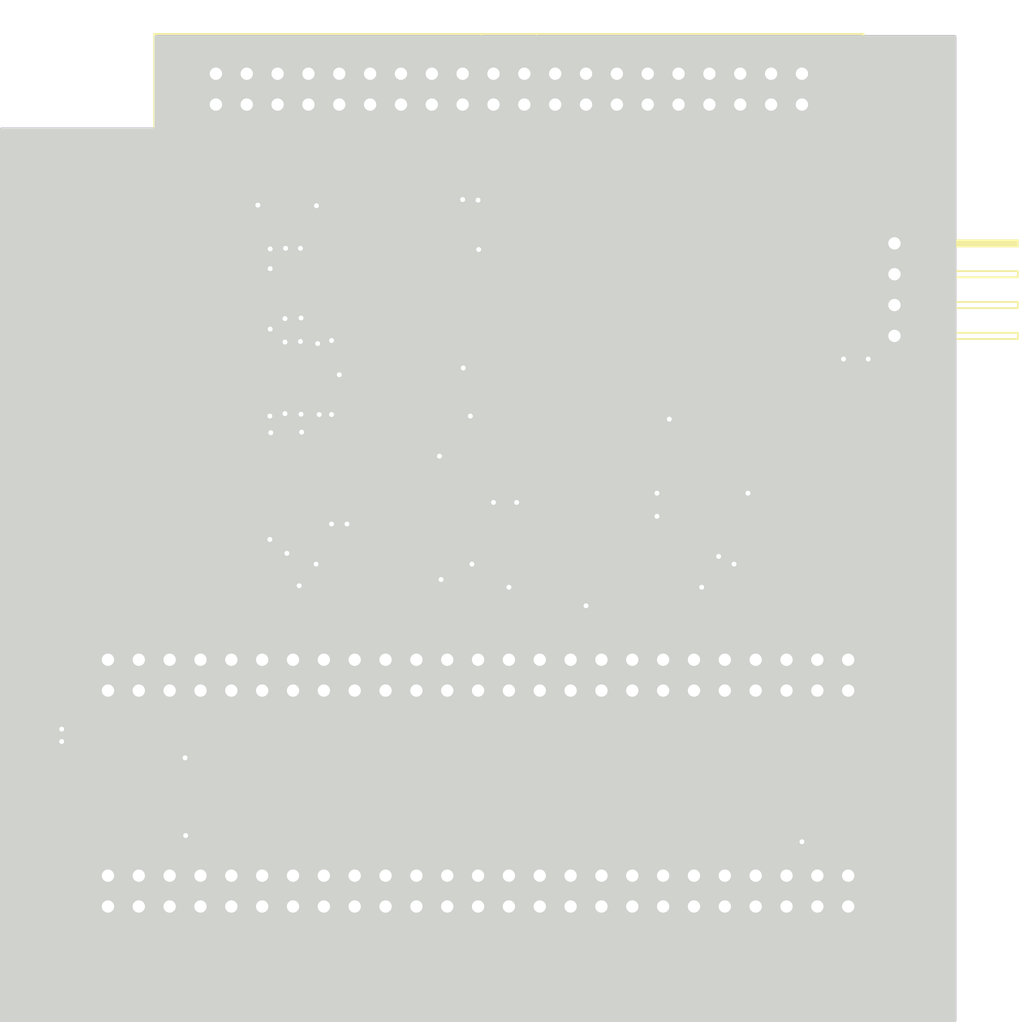
<source format=kicad_pcb>
(kicad_pcb (version 4) (host pcbnew 4.0.1-stable)
  (layers (0 F.Cu signal) (31 B.Cu signal) (34 B.Paste user) (35 F.Paste user) (36 B.SilkS user) (37 F.SilkS user) (38 B.Mask user) (39 F.Mask user) (44 Edge.Cuts user))
  (net 0 "")
  (net 1 /5V)
  (net 2 /RD)
  (net 3 /WR)
  (net 4 GND)
  (net 5 /CLK)
  (net 6 /IORQ)
  (net 7 /CS2)
  (net 8 "Net-(J1-Pad15)")
  (net 9 "Net-(J1-Pad16)")
  (net 10 "Net-(J1-Pad18)")
  (net 11 /MOSI)
  (net 12 /MISO)
  (net 13 "Net-(J1-Pad22)")
  (net 14 /SCLK)
  (net 15 /CE0)
  (net 16 /CE1)
  (net 17 "Net-(J1-Pad27)")
  (net 18 "Net-(J1-Pad28)")
  (net 19 /SLTSL)
  (net 20 /CS1)
  (net 21 "Net-(J1-Pad35)")
  (net 22 /CS12)
  (net 23 "Net-(J1-Pad37)")
  (net 24 "Net-(J1-Pad39)")
  (net 25 "Net-(J1-Pad40)")
  (net 26 "Net-(P1-Pad5)")
  (net 27 "Net-(P1-Pad6)")
  (net 28 /WAIT)
  (net 29 /INT)
  (net 30 "Net-(P1-Pad9)")
  (net 31 /BUSDIR)
  (net 32 /MERQ)
  (net 33 /RST)
  (net 34 "Net-(P1-Pad16)")
  (net 35 /A09)
  (net 36 /A15)
  (net 37 /A11)
  (net 38 /A10)
  (net 39 /A07)
  (net 40 /A06)
  (net 41 /A12)
  (net 42 /A08)
  (net 43 /A14)
  (net 44 /A13)
  (net 45 /A01)
  (net 46 /A00)
  (net 47 /A03)
  (net 48 /A02)
  (net 49 /A05)
  (net 50 /A04)
  (net 51 /D1)
  (net 52 /D0)
  (net 53 /D3)
  (net 54 /D2)
  (net 55 /D5)
  (net 56 /D4)
  (net 57 /D7)
  (net 58 /D6)
  (net 59 "Net-(P1-Pad48)")
  (net 60 "Net-(P1-Pad49)")
  (net 61 "Net-(P1-Pad50)")
  (net 62 "Net-(U1-Pad9)")
  (net 63 "Net-(U1-Pad14)")
  (net 64 VCC)
  (net 65 "Net-(U2-Pad9)")
  (net 66 "Net-(U4-Pad7)")
  (net 67 "Net-(U4-Pad10)")
  (net 68 "Net-(U5-Pad3)")
  (net 69 "Net-(U5-Pad4)")
  (net 70 "Net-(U5-Pad5)")
  (net 71 "Net-(U5-Pad6)")
  (net 72 "Net-(U5-Pad7)")
  (net 73 "Net-(U5-Pad10)")
  (net 74 /STLSL2)
  (net 75 /SLTSL2)
  (net 76 "Net-(P2-Pad5)")
  (net 77 "Net-(P2-Pad6)")
  (net 78 "Net-(P2-Pad9)")
  (net 79 "Net-(P2-Pad16)")
  (net 80 "Net-(P2-Pad48)")
  (net 81 "Net-(P2-Pad49)")
  (net 82 "Net-(P2-Pad50)")
  (net 83 /TXD)
  (net 84 /RXD)
  (net 85 +3V3)
  (net 86 /SLOTSW)
  (net 87 /SLOT1)
  (net 88 /SLOT2)
  (module Connect:IDC_Header_Straight_40pins (layer F.Cu) (at 162.56 77.47 180)
    (fp_text reference J1 (at 24.13 -7.62 180) (layer F.SilkS))
    (fp_text value RPi_GPIO)
    (pad 1 thru_hole rect (at 0 0 180) (size 1.7272 1.7272) (drill 1.016) (layers *.Cu *.Mask F.SilkS) (net 64 VCC))
    (pad 2 thru_hole oval (at 0 -2.54 180) (size 1.7272 1.7272) (drill 1.016) (layers *.Cu *.Mask F.SilkS) (net 1 /5V))
    (pad 3 thru_hole oval (at 2.54 0 180) (size 1.7272 1.7272) (drill 1.016) (layers *.Cu *.Mask F.SilkS) (net 2 /RD))
    (pad 4 thru_hole oval (at 2.54 -2.54 180) (size 1.7272 1.7272) (drill 1.016) (layers *.Cu *.Mask F.SilkS) (net 1 /5V))
    (pad 5 thru_hole oval (at 5.08 0 180) (size 1.7272 1.7272) (drill 1.016) (layers *.Cu *.Mask F.SilkS) (net 3 /WR))
    (pad 6 thru_hole oval (at 5.08 -2.54 180) (size 1.7272 1.7272) (drill 1.016) (layers *.Cu *.Mask F.SilkS) (net 4 GND))
    (pad 7 thru_hole oval (at 7.62 0 180) (size 1.7272 1.7272) (drill 1.016) (layers *.Cu *.Mask F.SilkS) (net 5 /CLK))
    (pad 8 thru_hole oval (at 7.62 -2.54 180) (size 1.7272 1.7272) (drill 1.016) (layers *.Cu *.Mask F.SilkS) (net 83 /TXD))
    (pad 9 thru_hole oval (at 10.16 0 180) (size 1.7272 1.7272) (drill 1.016) (layers *.Cu *.Mask F.SilkS) (net 4 GND))
    (pad 10 thru_hole oval (at 10.16 -2.54 180) (size 1.7272 1.7272) (drill 1.016) (layers *.Cu *.Mask F.SilkS) (net 84 /RXD))
    (pad 11 thru_hole oval (at 12.7 0 180) (size 1.7272 1.7272) (drill 1.016) (layers *.Cu *.Mask F.SilkS) (net 6 /IORQ))
    (pad 12 thru_hole oval (at 12.7 -2.54 180) (size 1.7272 1.7272) (drill 1.016) (layers *.Cu *.Mask F.SilkS) (net 7 /CS2))
    (pad 13 thru_hole oval (at 15.24 0 180) (size 1.7272 1.7272) (drill 1.016) (layers *.Cu *.Mask F.SilkS) (net 86 /SLOTSW))
    (pad 14 thru_hole oval (at 15.24 -2.54 180) (size 1.7272 1.7272) (drill 1.016) (layers *.Cu *.Mask F.SilkS) (net 4 GND))
    (pad 15 thru_hole oval (at 17.78 0 180) (size 1.7272 1.7272) (drill 1.016) (layers *.Cu *.Mask F.SilkS) (net 8 "Net-(J1-Pad15)"))
    (pad 16 thru_hole oval (at 17.78 -2.54 180) (size 1.7272 1.7272) (drill 1.016) (layers *.Cu *.Mask F.SilkS) (net 9 "Net-(J1-Pad16)"))
    (pad 17 thru_hole oval (at 20.32 0 180) (size 1.7272 1.7272) (drill 1.016) (layers *.Cu *.Mask F.SilkS) (net 64 VCC))
    (pad 18 thru_hole oval (at 20.32 -2.54 180) (size 1.7272 1.7272) (drill 1.016) (layers *.Cu *.Mask F.SilkS) (net 10 "Net-(J1-Pad18)"))
    (pad 19 thru_hole oval (at 22.86 0 180) (size 1.7272 1.7272) (drill 1.016) (layers *.Cu *.Mask F.SilkS) (net 11 /MOSI))
    (pad 20 thru_hole oval (at 22.86 -2.54 180) (size 1.7272 1.7272) (drill 1.016) (layers *.Cu *.Mask F.SilkS) (net 4 GND))
    (pad 21 thru_hole oval (at 25.4 0 180) (size 1.7272 1.7272) (drill 1.016) (layers *.Cu *.Mask F.SilkS) (net 12 /MISO))
    (pad 22 thru_hole oval (at 25.4 -2.54 180) (size 1.7272 1.7272) (drill 1.016) (layers *.Cu *.Mask F.SilkS) (net 13 "Net-(J1-Pad22)"))
    (pad 23 thru_hole oval (at 27.94 0 180) (size 1.7272 1.7272) (drill 1.016) (layers *.Cu *.Mask F.SilkS) (net 14 /SCLK))
    (pad 24 thru_hole oval (at 27.94 -2.54 180) (size 1.7272 1.7272) (drill 1.016) (layers *.Cu *.Mask F.SilkS) (net 15 /CE0))
    (pad 25 thru_hole oval (at 30.48 0 180) (size 1.7272 1.7272) (drill 1.016) (layers *.Cu *.Mask F.SilkS) (net 4 GND))
    (pad 26 thru_hole oval (at 30.48 -2.54 180) (size 1.7272 1.7272) (drill 1.016) (layers *.Cu *.Mask F.SilkS) (net 16 /CE1))
    (pad 27 thru_hole oval (at 33.02 0 180) (size 1.7272 1.7272) (drill 1.016) (layers *.Cu *.Mask F.SilkS) (net 17 "Net-(J1-Pad27)"))
    (pad 28 thru_hole oval (at 33.02 -2.54 180) (size 1.7272 1.7272) (drill 1.016) (layers *.Cu *.Mask F.SilkS) (net 18 "Net-(J1-Pad28)"))
    (pad 29 thru_hole oval (at 35.56 0 180) (size 1.7272 1.7272) (drill 1.016) (layers *.Cu *.Mask F.SilkS) (net 87 /SLOT1))
    (pad 30 thru_hole oval (at 35.56 -2.54 180) (size 1.7272 1.7272) (drill 1.016) (layers *.Cu *.Mask F.SilkS) (net 4 GND))
    (pad 31 thru_hole oval (at 38.1 0 180) (size 1.7272 1.7272) (drill 1.016) (layers *.Cu *.Mask F.SilkS) (net 88 /SLOT2))
    (pad 32 thru_hole oval (at 38.1 -2.54 180) (size 1.7272 1.7272) (drill 1.016) (layers *.Cu *.Mask F.SilkS) (net 19 /SLTSL))
    (pad 33 thru_hole oval (at 40.64 0 180) (size 1.7272 1.7272) (drill 1.016) (layers *.Cu *.Mask F.SilkS) (net 20 /CS1))
    (pad 34 thru_hole oval (at 40.64 -2.54 180) (size 1.7272 1.7272) (drill 1.016) (layers *.Cu *.Mask F.SilkS) (net 4 GND))
    (pad 35 thru_hole oval (at 43.18 0 180) (size 1.7272 1.7272) (drill 1.016) (layers *.Cu *.Mask F.SilkS) (net 21 "Net-(J1-Pad35)"))
    (pad 36 thru_hole oval (at 43.18 -2.54 180) (size 1.7272 1.7272) (drill 1.016) (layers *.Cu *.Mask F.SilkS) (net 22 /CS12))
    (pad 37 thru_hole oval (at 45.72 0 180) (size 1.7272 1.7272) (drill 1.016) (layers *.Cu *.Mask F.SilkS) (net 23 "Net-(J1-Pad37)"))
    (pad 38 thru_hole oval (at 45.72 -2.54 180) (size 1.7272 1.7272) (drill 1.016) (layers *.Cu *.Mask F.SilkS) (net 74 /STLSL2))
    (pad 39 thru_hole oval (at 48.26 0 180) (size 1.7272 1.7272) (drill 1.016) (layers *.Cu *.Mask F.SilkS) (net 24 "Net-(J1-Pad39)"))
    (pad 40 thru_hole oval (at 48.26 -2.54 180) (size 1.7272 1.7272) (drill 1.016) (layers *.Cu *.Mask F.SilkS) (net 25 "Net-(J1-Pad40)"))
  )
  (module Pin_Headers:Pin_Header_Straight_2x25 (layer F.Cu) (at 166.37 143.51 270)
    (fp_text reference P1 (at 0 -5.1 270) (layer F.SilkS))
    (fp_text value "SLOT 1")
    (pad 1 thru_hole rect (at 0 0 270) (size 1.7272 1.7272) (drill 1.016) (layers *.Cu *.Mask F.SilkS) (net 20 /CS1))
    (pad 2 thru_hole oval (at 2.54 0 270) (size 1.7272 1.7272) (drill 1.016) (layers *.Cu *.Mask F.SilkS) (net 7 /CS2))
    (pad 3 thru_hole oval (at 0 2.54 270) (size 1.7272 1.7272) (drill 1.016) (layers *.Cu *.Mask F.SilkS) (net 22 /CS12))
    (pad 4 thru_hole oval (at 2.54 2.54 270) (size 1.7272 1.7272) (drill 1.016) (layers *.Cu *.Mask F.SilkS) (net 19 /SLTSL))
    (pad 5 thru_hole oval (at 0 5.08 270) (size 1.7272 1.7272) (drill 1.016) (layers *.Cu *.Mask F.SilkS) (net 26 "Net-(P1-Pad5)"))
    (pad 6 thru_hole oval (at 2.54 5.08 270) (size 1.7272 1.7272) (drill 1.016) (layers *.Cu *.Mask F.SilkS) (net 27 "Net-(P1-Pad6)"))
    (pad 7 thru_hole oval (at 0 7.62 270) (size 1.7272 1.7272) (drill 1.016) (layers *.Cu *.Mask F.SilkS) (net 28 /WAIT))
    (pad 8 thru_hole oval (at 2.54 7.62 270) (size 1.7272 1.7272) (drill 1.016) (layers *.Cu *.Mask F.SilkS) (net 29 /INT))
    (pad 9 thru_hole oval (at 0 10.16 270) (size 1.7272 1.7272) (drill 1.016) (layers *.Cu *.Mask F.SilkS) (net 30 "Net-(P1-Pad9)"))
    (pad 10 thru_hole oval (at 2.54 10.16 270) (size 1.7272 1.7272) (drill 1.016) (layers *.Cu *.Mask F.SilkS) (net 31 /BUSDIR))
    (pad 11 thru_hole oval (at 0 12.7 270) (size 1.7272 1.7272) (drill 1.016) (layers *.Cu *.Mask F.SilkS) (net 6 /IORQ))
    (pad 12 thru_hole oval (at 2.54 12.7 270) (size 1.7272 1.7272) (drill 1.016) (layers *.Cu *.Mask F.SilkS) (net 32 /MERQ))
    (pad 13 thru_hole oval (at 0 15.24 270) (size 1.7272 1.7272) (drill 1.016) (layers *.Cu *.Mask F.SilkS) (net 3 /WR))
    (pad 14 thru_hole oval (at 2.54 15.24 270) (size 1.7272 1.7272) (drill 1.016) (layers *.Cu *.Mask F.SilkS) (net 2 /RD))
    (pad 15 thru_hole oval (at 0 17.78 270) (size 1.7272 1.7272) (drill 1.016) (layers *.Cu *.Mask F.SilkS) (net 33 /RST))
    (pad 16 thru_hole oval (at 2.54 17.78 270) (size 1.7272 1.7272) (drill 1.016) (layers *.Cu *.Mask F.SilkS) (net 34 "Net-(P1-Pad16)"))
    (pad 17 thru_hole oval (at 0 20.32 270) (size 1.7272 1.7272) (drill 1.016) (layers *.Cu *.Mask F.SilkS) (net 35 /A09))
    (pad 18 thru_hole oval (at 2.54 20.32 270) (size 1.7272 1.7272) (drill 1.016) (layers *.Cu *.Mask F.SilkS) (net 36 /A15))
    (pad 19 thru_hole oval (at 0 22.86 270) (size 1.7272 1.7272) (drill 1.016) (layers *.Cu *.Mask F.SilkS) (net 37 /A11))
    (pad 20 thru_hole oval (at 2.54 22.86 270) (size 1.7272 1.7272) (drill 1.016) (layers *.Cu *.Mask F.SilkS) (net 38 /A10))
    (pad 21 thru_hole oval (at 0 25.4 270) (size 1.7272 1.7272) (drill 1.016) (layers *.Cu *.Mask F.SilkS) (net 39 /A07))
    (pad 22 thru_hole oval (at 2.54 25.4 270) (size 1.7272 1.7272) (drill 1.016) (layers *.Cu *.Mask F.SilkS) (net 40 /A06))
    (pad 23 thru_hole oval (at 0 27.94 270) (size 1.7272 1.7272) (drill 1.016) (layers *.Cu *.Mask F.SilkS) (net 41 /A12))
    (pad 24 thru_hole oval (at 2.54 27.94 270) (size 1.7272 1.7272) (drill 1.016) (layers *.Cu *.Mask F.SilkS) (net 42 /A08))
    (pad 25 thru_hole oval (at 0 30.48 270) (size 1.7272 1.7272) (drill 1.016) (layers *.Cu *.Mask F.SilkS) (net 43 /A14))
    (pad 26 thru_hole oval (at 2.54 30.48 270) (size 1.7272 1.7272) (drill 1.016) (layers *.Cu *.Mask F.SilkS) (net 44 /A13))
    (pad 27 thru_hole oval (at 0 33.02 270) (size 1.7272 1.7272) (drill 1.016) (layers *.Cu *.Mask F.SilkS) (net 45 /A01))
    (pad 28 thru_hole oval (at 2.54 33.02 270) (size 1.7272 1.7272) (drill 1.016) (layers *.Cu *.Mask F.SilkS) (net 46 /A00))
    (pad 29 thru_hole oval (at 0 35.56 270) (size 1.7272 1.7272) (drill 1.016) (layers *.Cu *.Mask F.SilkS) (net 47 /A03))
    (pad 30 thru_hole oval (at 2.54 35.56 270) (size 1.7272 1.7272) (drill 1.016) (layers *.Cu *.Mask F.SilkS) (net 48 /A02))
    (pad 31 thru_hole oval (at 0 38.1 270) (size 1.7272 1.7272) (drill 1.016) (layers *.Cu *.Mask F.SilkS) (net 49 /A05))
    (pad 32 thru_hole oval (at 2.54 38.1 270) (size 1.7272 1.7272) (drill 1.016) (layers *.Cu *.Mask F.SilkS) (net 50 /A04))
    (pad 33 thru_hole oval (at 0 40.64 270) (size 1.7272 1.7272) (drill 1.016) (layers *.Cu *.Mask F.SilkS) (net 51 /D1))
    (pad 34 thru_hole oval (at 2.54 40.64 270) (size 1.7272 1.7272) (drill 1.016) (layers *.Cu *.Mask F.SilkS) (net 52 /D0))
    (pad 35 thru_hole oval (at 0 43.18 270) (size 1.7272 1.7272) (drill 1.016) (layers *.Cu *.Mask F.SilkS) (net 53 /D3))
    (pad 36 thru_hole oval (at 2.54 43.18 270) (size 1.7272 1.7272) (drill 1.016) (layers *.Cu *.Mask F.SilkS) (net 54 /D2))
    (pad 37 thru_hole oval (at 0 45.72 270) (size 1.7272 1.7272) (drill 1.016) (layers *.Cu *.Mask F.SilkS) (net 55 /D5))
    (pad 38 thru_hole oval (at 2.54 45.72 270) (size 1.7272 1.7272) (drill 1.016) (layers *.Cu *.Mask F.SilkS) (net 56 /D4))
    (pad 39 thru_hole oval (at 0 48.26 270) (size 1.7272 1.7272) (drill 1.016) (layers *.Cu *.Mask F.SilkS) (net 57 /D7))
    (pad 40 thru_hole oval (at 2.54 48.26 270) (size 1.7272 1.7272) (drill 1.016) (layers *.Cu *.Mask F.SilkS) (net 58 /D6))
    (pad 41 thru_hole oval (at 0 50.8 270) (size 1.7272 1.7272) (drill 1.016) (layers *.Cu *.Mask F.SilkS) (net 4 GND))
    (pad 42 thru_hole oval (at 2.54 50.8 270) (size 1.7272 1.7272) (drill 1.016) (layers *.Cu *.Mask F.SilkS) (net 5 /CLK))
    (pad 43 thru_hole oval (at 0 53.34 270) (size 1.7272 1.7272) (drill 1.016) (layers *.Cu *.Mask F.SilkS) (net 4 GND))
    (pad 44 thru_hole oval (at 2.54 53.34 270) (size 1.7272 1.7272) (drill 1.016) (layers *.Cu *.Mask F.SilkS) (net 87 /SLOT1))
    (pad 45 thru_hole oval (at 0 55.88 270) (size 1.7272 1.7272) (drill 1.016) (layers *.Cu *.Mask F.SilkS) (net 1 /5V))
    (pad 46 thru_hole oval (at 2.54 55.88 270) (size 1.7272 1.7272) (drill 1.016) (layers *.Cu *.Mask F.SilkS) (net 86 /SLOTSW))
    (pad 47 thru_hole oval (at 0 58.42 270) (size 1.7272 1.7272) (drill 1.016) (layers *.Cu *.Mask F.SilkS) (net 1 /5V))
    (pad 48 thru_hole oval (at 2.54 58.42 270) (size 1.7272 1.7272) (drill 1.016) (layers *.Cu *.Mask F.SilkS) (net 59 "Net-(P1-Pad48)"))
    (pad 49 thru_hole oval (at 0 60.96 270) (size 1.7272 1.7272) (drill 1.016) (layers *.Cu *.Mask F.SilkS) (net 60 "Net-(P1-Pad49)"))
    (pad 50 thru_hole oval (at 2.54 60.96 270) (size 1.7272 1.7272) (drill 1.016) (layers *.Cu *.Mask F.SilkS) (net 61 "Net-(P1-Pad50)"))
  )
  (module Housings_SOIC:SOIC-16_3.9x9.9mm_Pitch1.27mm (layer F.Cu) (at 121.92 106.68 90)
    (fp_text reference U1 (at 0 -6 90) (layer F.SilkS))
    (fp_text value 74LS595)
    (pad 1 smd rect (at -2.7 -4.445 90) (size 1.5 0.6) (layers F.Cu F.Paste F.Mask) (net 51 /D1))
    (pad 2 smd rect (at -2.7 -3.175 90) (size 1.5 0.6) (layers F.Cu F.Paste F.Mask) (net 54 /D2))
    (pad 3 smd rect (at -2.7 -1.905 90) (size 1.5 0.6) (layers F.Cu F.Paste F.Mask) (net 53 /D3))
    (pad 4 smd rect (at -2.7 -0.635 90) (size 1.5 0.6) (layers F.Cu F.Paste F.Mask) (net 56 /D4))
    (pad 5 smd rect (at -2.7 0.635 90) (size 1.5 0.6) (layers F.Cu F.Paste F.Mask) (net 55 /D5))
    (pad 6 smd rect (at -2.7 1.905 90) (size 1.5 0.6) (layers F.Cu F.Paste F.Mask) (net 58 /D6))
    (pad 7 smd rect (at -2.7 3.175 90) (size 1.5 0.6) (layers F.Cu F.Paste F.Mask) (net 57 /D7))
    (pad 8 smd rect (at -2.7 4.445 90) (size 1.5 0.6) (layers F.Cu F.Paste F.Mask) (net 4 GND))
    (pad 9 smd rect (at 2.7 4.445 90) (size 1.5 0.6) (layers F.Cu F.Paste F.Mask) (net 62 "Net-(U1-Pad9)"))
    (pad 10 smd rect (at 2.7 3.175 90) (size 1.5 0.6) (layers F.Cu F.Paste F.Mask) (net 64 VCC))
    (pad 11 smd rect (at 2.7 1.905 90) (size 1.5 0.6) (layers F.Cu F.Paste F.Mask) (net 14 /SCLK))
    (pad 12 smd rect (at 2.7 0.635 90) (size 1.5 0.6) (layers F.Cu F.Paste F.Mask) (net 15 /CE0))
    (pad 13 smd rect (at 2.7 -0.635 90) (size 1.5 0.6) (layers F.Cu F.Paste F.Mask) (net 3 /WR))
    (pad 14 smd rect (at 2.7 -1.905 90) (size 1.5 0.6) (layers F.Cu F.Paste F.Mask) (net 63 "Net-(U1-Pad14)"))
    (pad 15 smd rect (at 2.7 -3.175 90) (size 1.5 0.6) (layers F.Cu F.Paste F.Mask) (net 52 /D0))
    (pad 16 smd rect (at 2.7 -4.445 90) (size 1.5 0.6) (layers F.Cu F.Paste F.Mask) (net 64 VCC))
  )
  (module Housings_SOIC:SOIC-16_3.9x9.9mm_Pitch1.27mm (layer F.Cu) (at 138.43 106.68 90)
    (fp_text reference U2 (at 0 -6 90) (layer F.SilkS))
    (fp_text value 74LS595)
    (pad 1 smd rect (at -2.7 -4.445 90) (size 1.5 0.6) (layers F.Cu F.Paste F.Mask) (net 45 /A01))
    (pad 2 smd rect (at -2.7 -3.175 90) (size 1.5 0.6) (layers F.Cu F.Paste F.Mask) (net 48 /A02))
    (pad 3 smd rect (at -2.7 -1.905 90) (size 1.5 0.6) (layers F.Cu F.Paste F.Mask) (net 47 /A03))
    (pad 4 smd rect (at -2.7 -0.635 90) (size 1.5 0.6) (layers F.Cu F.Paste F.Mask) (net 50 /A04))
    (pad 5 smd rect (at -2.7 0.635 90) (size 1.5 0.6) (layers F.Cu F.Paste F.Mask) (net 49 /A05))
    (pad 6 smd rect (at -2.7 1.905 90) (size 1.5 0.6) (layers F.Cu F.Paste F.Mask) (net 40 /A06))
    (pad 7 smd rect (at -2.7 3.175 90) (size 1.5 0.6) (layers F.Cu F.Paste F.Mask) (net 39 /A07))
    (pad 8 smd rect (at -2.7 4.445 90) (size 1.5 0.6) (layers F.Cu F.Paste F.Mask) (net 4 GND))
    (pad 9 smd rect (at 2.7 4.445 90) (size 1.5 0.6) (layers F.Cu F.Paste F.Mask) (net 65 "Net-(U2-Pad9)"))
    (pad 10 smd rect (at 2.7 3.175 90) (size 1.5 0.6) (layers F.Cu F.Paste F.Mask) (net 64 VCC))
    (pad 11 smd rect (at 2.7 1.905 90) (size 1.5 0.6) (layers F.Cu F.Paste F.Mask) (net 14 /SCLK))
    (pad 12 smd rect (at 2.7 0.635 90) (size 1.5 0.6) (layers F.Cu F.Paste F.Mask) (net 15 /CE0))
    (pad 13 smd rect (at 2.7 -0.635 90) (size 1.5 0.6) (layers F.Cu F.Paste F.Mask) (net 4 GND))
    (pad 14 smd rect (at 2.7 -1.905 90) (size 1.5 0.6) (layers F.Cu F.Paste F.Mask) (net 11 /MOSI))
    (pad 15 smd rect (at 2.7 -3.175 90) (size 1.5 0.6) (layers F.Cu F.Paste F.Mask) (net 46 /A00))
    (pad 16 smd rect (at 2.7 -4.445 90) (size 1.5 0.6) (layers F.Cu F.Paste F.Mask) (net 64 VCC))
  )
  (module Housings_SOIC:SOIC-16_3.9x9.9mm_Pitch1.27mm (layer F.Cu) (at 154.94 106.68 90)
    (fp_text reference U3 (at 0 -6 90) (layer F.SilkS))
    (fp_text value 74LS595)
    (pad 1 smd rect (at -2.7 -4.445 90) (size 1.5 0.6) (layers F.Cu F.Paste F.Mask) (net 35 /A09))
    (pad 2 smd rect (at -2.7 -3.175 90) (size 1.5 0.6) (layers F.Cu F.Paste F.Mask) (net 38 /A10))
    (pad 3 smd rect (at -2.7 -1.905 90) (size 1.5 0.6) (layers F.Cu F.Paste F.Mask) (net 37 /A11))
    (pad 4 smd rect (at -2.7 -0.635 90) (size 1.5 0.6) (layers F.Cu F.Paste F.Mask) (net 41 /A12))
    (pad 5 smd rect (at -2.7 0.635 90) (size 1.5 0.6) (layers F.Cu F.Paste F.Mask) (net 44 /A13))
    (pad 6 smd rect (at -2.7 1.905 90) (size 1.5 0.6) (layers F.Cu F.Paste F.Mask) (net 43 /A14))
    (pad 7 smd rect (at -2.7 3.175 90) (size 1.5 0.6) (layers F.Cu F.Paste F.Mask) (net 36 /A15))
    (pad 8 smd rect (at -2.7 4.445 90) (size 1.5 0.6) (layers F.Cu F.Paste F.Mask) (net 4 GND))
    (pad 9 smd rect (at 2.7 4.445 90) (size 1.5 0.6) (layers F.Cu F.Paste F.Mask) (net 63 "Net-(U1-Pad14)"))
    (pad 10 smd rect (at 2.7 3.175 90) (size 1.5 0.6) (layers F.Cu F.Paste F.Mask) (net 64 VCC))
    (pad 11 smd rect (at 2.7 1.905 90) (size 1.5 0.6) (layers F.Cu F.Paste F.Mask) (net 14 /SCLK))
    (pad 12 smd rect (at 2.7 0.635 90) (size 1.5 0.6) (layers F.Cu F.Paste F.Mask) (net 15 /CE0))
    (pad 13 smd rect (at 2.7 -0.635 90) (size 1.5 0.6) (layers F.Cu F.Paste F.Mask) (net 4 GND))
    (pad 14 smd rect (at 2.7 -1.905 90) (size 1.5 0.6) (layers F.Cu F.Paste F.Mask) (net 65 "Net-(U2-Pad9)"))
    (pad 15 smd rect (at 2.7 -3.175 90) (size 1.5 0.6) (layers F.Cu F.Paste F.Mask) (net 42 /A08))
    (pad 16 smd rect (at 2.7 -4.445 90) (size 1.5 0.6) (layers F.Cu F.Paste F.Mask) (net 64 VCC))
  )
  (module Housings_SOIC:SOIC-16_3.9x9.9mm_Pitch1.27mm (layer F.Cu) (at 121.92 92.71 90)
    (fp_text reference U4 (at 0 -6 90) (layer F.SilkS))
    (fp_text value 74LS165)
    (pad 1 smd rect (at -2.7 -4.445 90) (size 1.5 0.6) (layers F.Cu F.Paste F.Mask) (net 16 /CE1))
    (pad 2 smd rect (at -2.7 -3.175 90) (size 1.5 0.6) (layers F.Cu F.Paste F.Mask) (net 14 /SCLK))
    (pad 3 smd rect (at -2.7 -1.905 90) (size 1.5 0.6) (layers F.Cu F.Paste F.Mask) (net 56 /D4))
    (pad 4 smd rect (at -2.7 -0.635 90) (size 1.5 0.6) (layers F.Cu F.Paste F.Mask) (net 55 /D5))
    (pad 5 smd rect (at -2.7 0.635 90) (size 1.5 0.6) (layers F.Cu F.Paste F.Mask) (net 58 /D6))
    (pad 6 smd rect (at -2.7 1.905 90) (size 1.5 0.6) (layers F.Cu F.Paste F.Mask) (net 57 /D7))
    (pad 7 smd rect (at -2.7 3.175 90) (size 1.5 0.6) (layers F.Cu F.Paste F.Mask) (net 66 "Net-(U4-Pad7)"))
    (pad 8 smd rect (at -2.7 4.445 90) (size 1.5 0.6) (layers F.Cu F.Paste F.Mask) (net 4 GND))
    (pad 9 smd rect (at 2.7 4.445 90) (size 1.5 0.6) (layers F.Cu F.Paste F.Mask) (net 12 /MISO))
    (pad 10 smd rect (at 2.7 3.175 90) (size 1.5 0.6) (layers F.Cu F.Paste F.Mask) (net 67 "Net-(U4-Pad10)"))
    (pad 11 smd rect (at 2.7 1.905 90) (size 1.5 0.6) (layers F.Cu F.Paste F.Mask) (net 52 /D0))
    (pad 12 smd rect (at 2.7 0.635 90) (size 1.5 0.6) (layers F.Cu F.Paste F.Mask) (net 51 /D1))
    (pad 13 smd rect (at 2.7 -0.635 90) (size 1.5 0.6) (layers F.Cu F.Paste F.Mask) (net 54 /D2))
    (pad 14 smd rect (at 2.7 -1.905 90) (size 1.5 0.6) (layers F.Cu F.Paste F.Mask) (net 53 /D3))
    (pad 15 smd rect (at 2.7 -3.175 90) (size 1.5 0.6) (layers F.Cu F.Paste F.Mask) (net 16 /CE1))
    (pad 16 smd rect (at 2.7 -4.445 90) (size 1.5 0.6) (layers F.Cu F.Paste F.Mask) (net 64 VCC))
  )
  (module Housings_SOIC:SOIC-16_3.9x9.9mm_Pitch1.27mm (layer F.Cu) (at 154.94 92.71 90)
    (fp_text reference U5 (at 0 -6 90) (layer F.SilkS))
    (fp_text value 74LS165)
    (pad 1 smd rect (at -2.7 -4.445 90) (size 1.5 0.6) (layers F.Cu F.Paste F.Mask) (net 16 /CE1))
    (pad 2 smd rect (at -2.7 -3.175 90) (size 1.5 0.6) (layers F.Cu F.Paste F.Mask) (net 14 /SCLK))
    (pad 3 smd rect (at -2.7 -1.905 90) (size 1.5 0.6) (layers F.Cu F.Paste F.Mask) (net 68 "Net-(U5-Pad3)"))
    (pad 4 smd rect (at -2.7 -0.635 90) (size 1.5 0.6) (layers F.Cu F.Paste F.Mask) (net 69 "Net-(U5-Pad4)"))
    (pad 5 smd rect (at -2.7 0.635 90) (size 1.5 0.6) (layers F.Cu F.Paste F.Mask) (net 70 "Net-(U5-Pad5)"))
    (pad 6 smd rect (at -2.7 1.905 90) (size 1.5 0.6) (layers F.Cu F.Paste F.Mask) (net 71 "Net-(U5-Pad6)"))
    (pad 7 smd rect (at -2.7 3.175 90) (size 1.5 0.6) (layers F.Cu F.Paste F.Mask) (net 72 "Net-(U5-Pad7)"))
    (pad 8 smd rect (at -2.7 4.445 90) (size 1.5 0.6) (layers F.Cu F.Paste F.Mask) (net 4 GND))
    (pad 9 smd rect (at 2.7 4.445 90) (size 1.5 0.6) (layers F.Cu F.Paste F.Mask) (net 67 "Net-(U4-Pad10)"))
    (pad 10 smd rect (at 2.7 3.175 90) (size 1.5 0.6) (layers F.Cu F.Paste F.Mask) (net 73 "Net-(U5-Pad10)"))
    (pad 11 smd rect (at 2.7 1.905 90) (size 1.5 0.6) (layers F.Cu F.Paste F.Mask) (net 28 /WAIT))
    (pad 12 smd rect (at 2.7 0.635 90) (size 1.5 0.6) (layers F.Cu F.Paste F.Mask) (net 29 /INT))
    (pad 13 smd rect (at 2.7 -0.635 90) (size 1.5 0.6) (layers F.Cu F.Paste F.Mask) (net 31 /BUSDIR))
    (pad 14 smd rect (at 2.7 -1.905 90) (size 1.5 0.6) (layers F.Cu F.Paste F.Mask) (net 33 /RST))
    (pad 15 smd rect (at 2.7 -3.175 90) (size 1.5 0.6) (layers F.Cu F.Paste F.Mask) (net 16 /CE1))
    (pad 16 smd rect (at 2.7 -4.445 90) (size 1.5 0.6) (layers F.Cu F.Paste F.Mask) (net 64 VCC))
  )
  (module Pin_Headers:Pin_Header_Straight_2x25 (layer F.Cu) (at 166.37 125.73 270)
    (fp_text reference P2 (at 0 -5.1 270) (layer F.SilkS))
    (fp_text value "SLOT 2")
    (pad 1 thru_hole rect (at 0 0 270) (size 1.7272 1.7272) (drill 1.016) (layers *.Cu *.Mask F.SilkS) (net 20 /CS1))
    (pad 2 thru_hole oval (at 2.54 0 270) (size 1.7272 1.7272) (drill 1.016) (layers *.Cu *.Mask F.SilkS) (net 7 /CS2))
    (pad 3 thru_hole oval (at 0 2.54 270) (size 1.7272 1.7272) (drill 1.016) (layers *.Cu *.Mask F.SilkS) (net 22 /CS12))
    (pad 4 thru_hole oval (at 2.54 2.54 270) (size 1.7272 1.7272) (drill 1.016) (layers *.Cu *.Mask F.SilkS) (net 75 /SLTSL2))
    (pad 5 thru_hole oval (at 0 5.08 270) (size 1.7272 1.7272) (drill 1.016) (layers *.Cu *.Mask F.SilkS) (net 76 "Net-(P2-Pad5)"))
    (pad 6 thru_hole oval (at 2.54 5.08 270) (size 1.7272 1.7272) (drill 1.016) (layers *.Cu *.Mask F.SilkS) (net 77 "Net-(P2-Pad6)"))
    (pad 7 thru_hole oval (at 0 7.62 270) (size 1.7272 1.7272) (drill 1.016) (layers *.Cu *.Mask F.SilkS) (net 28 /WAIT))
    (pad 8 thru_hole oval (at 2.54 7.62 270) (size 1.7272 1.7272) (drill 1.016) (layers *.Cu *.Mask F.SilkS) (net 29 /INT))
    (pad 9 thru_hole oval (at 0 10.16 270) (size 1.7272 1.7272) (drill 1.016) (layers *.Cu *.Mask F.SilkS) (net 78 "Net-(P2-Pad9)"))
    (pad 10 thru_hole oval (at 2.54 10.16 270) (size 1.7272 1.7272) (drill 1.016) (layers *.Cu *.Mask F.SilkS) (net 31 /BUSDIR))
    (pad 11 thru_hole oval (at 0 12.7 270) (size 1.7272 1.7272) (drill 1.016) (layers *.Cu *.Mask F.SilkS) (net 6 /IORQ))
    (pad 12 thru_hole oval (at 2.54 12.7 270) (size 1.7272 1.7272) (drill 1.016) (layers *.Cu *.Mask F.SilkS) (net 32 /MERQ))
    (pad 13 thru_hole oval (at 0 15.24 270) (size 1.7272 1.7272) (drill 1.016) (layers *.Cu *.Mask F.SilkS) (net 3 /WR))
    (pad 14 thru_hole oval (at 2.54 15.24 270) (size 1.7272 1.7272) (drill 1.016) (layers *.Cu *.Mask F.SilkS) (net 2 /RD))
    (pad 15 thru_hole oval (at 0 17.78 270) (size 1.7272 1.7272) (drill 1.016) (layers *.Cu *.Mask F.SilkS) (net 33 /RST))
    (pad 16 thru_hole oval (at 2.54 17.78 270) (size 1.7272 1.7272) (drill 1.016) (layers *.Cu *.Mask F.SilkS) (net 79 "Net-(P2-Pad16)"))
    (pad 17 thru_hole oval (at 0 20.32 270) (size 1.7272 1.7272) (drill 1.016) (layers *.Cu *.Mask F.SilkS) (net 35 /A09))
    (pad 18 thru_hole oval (at 2.54 20.32 270) (size 1.7272 1.7272) (drill 1.016) (layers *.Cu *.Mask F.SilkS) (net 36 /A15))
    (pad 19 thru_hole oval (at 0 22.86 270) (size 1.7272 1.7272) (drill 1.016) (layers *.Cu *.Mask F.SilkS) (net 37 /A11))
    (pad 20 thru_hole oval (at 2.54 22.86 270) (size 1.7272 1.7272) (drill 1.016) (layers *.Cu *.Mask F.SilkS) (net 38 /A10))
    (pad 21 thru_hole oval (at 0 25.4 270) (size 1.7272 1.7272) (drill 1.016) (layers *.Cu *.Mask F.SilkS) (net 39 /A07))
    (pad 22 thru_hole oval (at 2.54 25.4 270) (size 1.7272 1.7272) (drill 1.016) (layers *.Cu *.Mask F.SilkS) (net 40 /A06))
    (pad 23 thru_hole oval (at 0 27.94 270) (size 1.7272 1.7272) (drill 1.016) (layers *.Cu *.Mask F.SilkS) (net 41 /A12))
    (pad 24 thru_hole oval (at 2.54 27.94 270) (size 1.7272 1.7272) (drill 1.016) (layers *.Cu *.Mask F.SilkS) (net 42 /A08))
    (pad 25 thru_hole oval (at 0 30.48 270) (size 1.7272 1.7272) (drill 1.016) (layers *.Cu *.Mask F.SilkS) (net 43 /A14))
    (pad 26 thru_hole oval (at 2.54 30.48 270) (size 1.7272 1.7272) (drill 1.016) (layers *.Cu *.Mask F.SilkS) (net 44 /A13))
    (pad 27 thru_hole oval (at 0 33.02 270) (size 1.7272 1.7272) (drill 1.016) (layers *.Cu *.Mask F.SilkS) (net 45 /A01))
    (pad 28 thru_hole oval (at 2.54 33.02 270) (size 1.7272 1.7272) (drill 1.016) (layers *.Cu *.Mask F.SilkS) (net 46 /A00))
    (pad 29 thru_hole oval (at 0 35.56 270) (size 1.7272 1.7272) (drill 1.016) (layers *.Cu *.Mask F.SilkS) (net 47 /A03))
    (pad 30 thru_hole oval (at 2.54 35.56 270) (size 1.7272 1.7272) (drill 1.016) (layers *.Cu *.Mask F.SilkS) (net 48 /A02))
    (pad 31 thru_hole oval (at 0 38.1 270) (size 1.7272 1.7272) (drill 1.016) (layers *.Cu *.Mask F.SilkS) (net 49 /A05))
    (pad 32 thru_hole oval (at 2.54 38.1 270) (size 1.7272 1.7272) (drill 1.016) (layers *.Cu *.Mask F.SilkS) (net 50 /A04))
    (pad 33 thru_hole oval (at 0 40.64 270) (size 1.7272 1.7272) (drill 1.016) (layers *.Cu *.Mask F.SilkS) (net 51 /D1))
    (pad 34 thru_hole oval (at 2.54 40.64 270) (size 1.7272 1.7272) (drill 1.016) (layers *.Cu *.Mask F.SilkS) (net 52 /D0))
    (pad 35 thru_hole oval (at 0 43.18 270) (size 1.7272 1.7272) (drill 1.016) (layers *.Cu *.Mask F.SilkS) (net 53 /D3))
    (pad 36 thru_hole oval (at 2.54 43.18 270) (size 1.7272 1.7272) (drill 1.016) (layers *.Cu *.Mask F.SilkS) (net 54 /D2))
    (pad 37 thru_hole oval (at 0 45.72 270) (size 1.7272 1.7272) (drill 1.016) (layers *.Cu *.Mask F.SilkS) (net 55 /D5))
    (pad 38 thru_hole oval (at 2.54 45.72 270) (size 1.7272 1.7272) (drill 1.016) (layers *.Cu *.Mask F.SilkS) (net 56 /D4))
    (pad 39 thru_hole oval (at 0 48.26 270) (size 1.7272 1.7272) (drill 1.016) (layers *.Cu *.Mask F.SilkS) (net 57 /D7))
    (pad 40 thru_hole oval (at 2.54 48.26 270) (size 1.7272 1.7272) (drill 1.016) (layers *.Cu *.Mask F.SilkS) (net 58 /D6))
    (pad 41 thru_hole oval (at 0 50.8 270) (size 1.7272 1.7272) (drill 1.016) (layers *.Cu *.Mask F.SilkS) (net 4 GND))
    (pad 42 thru_hole oval (at 2.54 50.8 270) (size 1.7272 1.7272) (drill 1.016) (layers *.Cu *.Mask F.SilkS) (net 5 /CLK))
    (pad 43 thru_hole oval (at 0 53.34 270) (size 1.7272 1.7272) (drill 1.016) (layers *.Cu *.Mask F.SilkS) (net 4 GND))
    (pad 44 thru_hole oval (at 2.54 53.34 270) (size 1.7272 1.7272) (drill 1.016) (layers *.Cu *.Mask F.SilkS) (net 88 /SLOT2))
    (pad 45 thru_hole oval (at 0 55.88 270) (size 1.7272 1.7272) (drill 1.016) (layers *.Cu *.Mask F.SilkS) (net 1 /5V))
    (pad 46 thru_hole oval (at 2.54 55.88 270) (size 1.7272 1.7272) (drill 1.016) (layers *.Cu *.Mask F.SilkS) (net 86 /SLOTSW))
    (pad 47 thru_hole oval (at 0 58.42 270) (size 1.7272 1.7272) (drill 1.016) (layers *.Cu *.Mask F.SilkS) (net 1 /5V))
    (pad 48 thru_hole oval (at 2.54 58.42 270) (size 1.7272 1.7272) (drill 1.016) (layers *.Cu *.Mask F.SilkS) (net 80 "Net-(P2-Pad48)"))
    (pad 49 thru_hole oval (at 0 60.96 270) (size 1.7272 1.7272) (drill 1.016) (layers *.Cu *.Mask F.SilkS) (net 81 "Net-(P2-Pad49)"))
    (pad 50 thru_hole oval (at 2.54 60.96 270) (size 1.7272 1.7272) (drill 1.016) (layers *.Cu *.Mask F.SilkS) (net 82 "Net-(P2-Pad50)"))
  )
  (module Pin_Headers:Pin_Header_Angled_1x04 (layer F.Cu) (at 170.18 91.44)
    (fp_text reference P3 (at 0 -5.1) (layer F.SilkS))
    (fp_text value UART)
    (pad 1 thru_hole rect (at 0 0) (size 2.032 1.7272) (drill 1.016) (layers *.Cu *.Mask F.SilkS) (net 85 +3V3))
    (pad 2 thru_hole oval (at 0 2.54) (size 2.032 1.7272) (drill 1.016) (layers *.Cu *.Mask F.SilkS) (net 4 GND))
    (pad 3 thru_hole oval (at 0 5.08) (size 2.032 1.7272) (drill 1.016) (layers *.Cu *.Mask F.SilkS) (net 84 /RXD))
    (pad 4 thru_hole oval (at 0 7.62) (size 2.032 1.7272) (drill 1.016) (layers *.Cu *.Mask F.SilkS) (net 83 /TXD))
  )
  (segment (start 111.125 135.255) (end 110.49 135.255) (width 0.25) (layer B.Cu) (net 1))
  (segment (start 110.49 135.255) (end 110.49 143.51) (width 0.25) (layer B.Cu) (net 1))
  (segment (start 107.95 135.255) (end 107.95 143.51) (width 0.25) (layer B.Cu) (net 1))
  (segment (start 173.99 80.01) (end 173.355 80.01) (width 0.25) (layer B.Cu) (net 1))
  (segment (start 173.355 80.01) (end 172.72 80.01) (width 0.25) (layer B.Cu) (net 1))
  (segment (start 172.72 135.255) (end 173.99 135.255) (width 0.25) (layer B.Cu) (net 1))
  (segment (start 107.95 122.555) (end 103.124 122.555) (width 0.25) (layer B.Cu) (net 1))
  (segment (start 103.124 134.493) (end 103.124 132.715) (width 0.25) (layer B.Cu) (net 1))
  (segment (start 103.632 135.255) (end 103.124 134.493) (width 0.25) (layer B.Cu) (net 1))
  (segment (start 106.045 135.255) (end 103.632 135.255) (width 0.25) (layer B.Cu) (net 1))
  (segment (start 172.72 135.255) (end 111.125 135.255) (width 0.25) (layer B.Cu) (net 1))
  (segment (start 111.125 135.255) (end 107.95 135.255) (width 0.25) (layer B.Cu) (net 1))
  (segment (start 107.95 135.255) (end 106.045 135.255) (width 0.25) (layer B.Cu) (net 1))
  (segment (start 103.124 132.715) (end 103.124 122.555) (width 0.25) (layer B.Cu) (net 1))
  (segment (start 173.99 135.255) (end 173.99 80.01) (width 0.25) (layer B.Cu) (net 1))
  (segment (start 107.95 122.555) (end 107.95 125.73) (width 0.25) (layer B.Cu) (net 1))
  (segment (start 161.925 80.01) (end 172.72 80.01) (width 0.25) (layer B.Cu) (net 1))
  (segment (start 110.49 122.555) (end 110.49 125.73) (width 0.25) (layer B.Cu) (net 1))
  (segment (start 107.95 122.555) (end 110.49 122.555) (width 0.25) (layer B.Cu) (net 1))
  (segment (start 151.13 128.27) (end 151.13 128.778) (width 0.25) (layer F.Cu) (net 2))
  (segment (start 151.13 128.778) (end 149.86 130.556) (width 0.25) (layer F.Cu) (net 2))
  (segment (start 149.86 144.78) (end 151.13 146.05) (width 0.25) (layer F.Cu) (net 2))
  (segment (start 149.86 130.556) (end 149.86 144.78) (width 0.25) (layer F.Cu) (net 2))
  (segment (start 166.878 121.412) (end 151.257 121.412) (width 0.25) (layer F.Cu) (net 2))
  (segment (start 160.02 76.073) (end 160.528 75.565) (width 0.25) (layer F.Cu) (net 2))
  (segment (start 160.528 75.565) (end 166.37 75.565) (width 0.25) (layer F.Cu) (net 2))
  (segment (start 166.37 75.565) (end 166.878 76.073) (width 0.25) (layer F.Cu) (net 2))
  (segment (start 166.878 76.073) (end 166.878 121.412) (width 0.25) (layer F.Cu) (net 2))
  (segment (start 160.02 77.47) (end 160.02 76.073) (width 0.25) (layer F.Cu) (net 2))
  (segment (start 149.86 126.492) (end 151.13 128.27) (width 0.25) (layer F.Cu) (net 2))
  (segment (start 149.86 122.809) (end 149.86 126.492) (width 0.25) (layer F.Cu) (net 2))
  (segment (start 151.257 121.412) (end 149.86 122.809) (width 0.25) (layer F.Cu) (net 2))
  (segment (start 121.285 103.98) (end 121.285 101.219) (width 0.25) (layer F.Cu) (net 3))
  (segment (start 168.021 100.965) (end 167.386 100.965) (width 0.25) (layer F.Cu) (net 3))
  (via (at 168.021 100.965) (size 0.6) (drill 0.4) (layers F.Cu B.Cu) (net 3))
  (segment (start 165.989 100.965) (end 168.021 100.965) (width 0.25) (layer B.Cu) (net 3))
  (via (at 165.989 100.965) (size 0.6) (drill 0.4) (layers F.Cu B.Cu) (net 3))
  (segment (start 121.539 100.965) (end 165.989 100.965) (width 0.25) (layer F.Cu) (net 3))
  (segment (start 121.285 101.219) (end 121.539 100.965) (width 0.25) (layer F.Cu) (net 3))
  (segment (start 151.13 125.73) (end 151.13 126.365) (width 0.25) (layer F.Cu) (net 3))
  (segment (start 151.13 126.365) (end 152.4 127.381) (width 0.25) (layer F.Cu) (net 3))
  (segment (start 151.13 130.302) (end 151.13 143.51) (width 0.25) (layer F.Cu) (net 3))
  (segment (start 152.4 129.032) (end 151.13 130.302) (width 0.25) (layer F.Cu) (net 3))
  (segment (start 152.4 127.381) (end 152.4 129.032) (width 0.25) (layer F.Cu) (net 3))
  (segment (start 157.48 77.47) (end 157.48 75.565) (width 0.25) (layer F.Cu) (net 3))
  (segment (start 151.13 122.555) (end 151.13 125.73) (width 0.25) (layer F.Cu) (net 3))
  (segment (start 151.765 121.92) (end 151.13 122.555) (width 0.25) (layer F.Cu) (net 3))
  (segment (start 167.259 121.92) (end 151.765 121.92) (width 0.25) (layer F.Cu) (net 3))
  (segment (start 167.386 121.793) (end 167.259 121.92) (width 0.25) (layer F.Cu) (net 3))
  (segment (start 167.386 75.819) (end 167.386 100.965) (width 0.25) (layer F.Cu) (net 3))
  (segment (start 167.386 100.965) (end 167.386 121.793) (width 0.25) (layer F.Cu) (net 3))
  (segment (start 166.624 75.057) (end 167.386 75.819) (width 0.25) (layer F.Cu) (net 3))
  (segment (start 157.988 75.057) (end 166.624 75.057) (width 0.25) (layer F.Cu) (net 3))
  (segment (start 157.48 75.565) (end 157.988 75.057) (width 0.25) (layer F.Cu) (net 3))
  (segment (start 98.933 132.461) (end 101.6 132.461) (width 0.25) (layer B.Cu) (net 5))
  (segment (start 154.94 75.819) (end 154.178 75.057) (width 0.25) (layer B.Cu) (net 5))
  (segment (start 154.178 75.057) (end 111.252 75.057) (width 0.25) (layer B.Cu) (net 5))
  (segment (start 111.252 75.057) (end 110.871 75.438) (width 0.25) (layer B.Cu) (net 5))
  (segment (start 110.871 75.438) (end 110.871 83.312) (width 0.25) (layer B.Cu) (net 5))
  (segment (start 110.871 83.312) (end 110.363 83.82) (width 0.25) (layer B.Cu) (net 5))
  (segment (start 110.363 83.82) (end 99.06 83.82) (width 0.25) (layer B.Cu) (net 5))
  (segment (start 99.06 83.82) (end 98.933 83.947) (width 0.25) (layer B.Cu) (net 5))
  (segment (start 98.933 83.947) (end 98.933 132.461) (width 0.25) (layer B.Cu) (net 5))
  (segment (start 154.94 77.47) (end 154.94 75.819) (width 0.25) (layer B.Cu) (net 5))
  (segment (start 114.3 132.461) (end 114.3 132.588) (width 0.25) (layer F.Cu) (net 5))
  (segment (start 101.6 132.461) (end 114.3 132.461) (width 0.25) (layer F.Cu) (net 5))
  (via (at 101.6 132.461) (size 0.6) (drill 0.4) (layers F.Cu B.Cu) (net 5))
  (via (at 154.94 77.47) (size 0.6) (drill 0.4) (layers F.Cu B.Cu) (net 5))
  (segment (start 115.57 128.27) (end 115.57 129.032) (width 0.25) (layer F.Cu) (net 5))
  (segment (start 115.57 129.032) (end 114.3 130.302) (width 0.25) (layer F.Cu) (net 5))
  (segment (start 114.3 130.302) (end 114.3 132.588) (width 0.25) (layer F.Cu) (net 5))
  (segment (start 114.3 132.588) (end 114.3 144.78) (width 0.25) (layer F.Cu) (net 5))
  (segment (start 114.3 144.78) (end 115.57 146.05) (width 0.25) (layer F.Cu) (net 5))
  (segment (start 153.67 143.51) (end 153.67 130.302) (width 0.25) (layer F.Cu) (net 6))
  (segment (start 154.94 127.127) (end 153.67 125.857) (width 0.25) (layer F.Cu) (net 6))
  (segment (start 154.94 129.159) (end 154.94 127.127) (width 0.25) (layer F.Cu) (net 6))
  (segment (start 153.67 130.302) (end 154.94 129.159) (width 0.25) (layer F.Cu) (net 6))
  (segment (start 153.67 125.857) (end 153.67 125.73) (width 0.25) (layer F.Cu) (net 6))
  (segment (start 166.37 128.27) (end 166.37 129.159) (width 0.25) (layer F.Cu) (net 7))
  (segment (start 165.1 144.78) (end 166.37 146.05) (width 0.25) (layer F.Cu) (net 7))
  (segment (start 165.1 130.429) (end 165.1 144.78) (width 0.25) (layer F.Cu) (net 7))
  (segment (start 166.37 129.159) (end 165.1 130.429) (width 0.25) (layer F.Cu) (net 7))
  (via (at 137.16 77.47) (size 0.6) (drill 0.4) (layers F.Cu B.Cu) (net 12))
  (segment (start 137.16 77.47) (end 137.16 77.5208) (width 0.25) (layer F.Cu) (net 12))
  (segment (start 137.16 77.5208) (end 135.89 78.7908) (width 0.25) (layer F.Cu) (net 12))
  (segment (start 126.5428 91.8972) (end 126.5428 90.1878) (width 0.25) (layer F.Cu) (net 12))
  (segment (start 126.5936 91.8972) (end 126.5428 91.8972) (width 0.25) (layer F.Cu) (net 12))
  (segment (start 126.6444 91.8972) (end 126.5936 91.8972) (width 0.25) (layer F.Cu) (net 12))
  (segment (start 126.6444 91.948) (end 126.6444 91.8972) (width 0.25) (layer F.Cu) (net 12))
  (segment (start 135.9408 91.948) (end 126.6444 91.948) (width 0.25) (layer F.Cu) (net 12))
  (via (at 135.9408 91.948) (size 0.6) (drill 0.4) (layers F.Cu B.Cu) (net 12))
  (segment (start 135.89 91.8972) (end 135.9408 91.948) (width 0.25) (layer B.Cu) (net 12))
  (segment (start 135.89 87.884) (end 135.89 91.8972) (width 0.25) (layer B.Cu) (net 12))
  (via (at 135.89 87.884) (size 0.6) (drill 0.4) (layers F.Cu B.Cu) (net 12))
  (segment (start 135.89 78.7908) (end 135.89 87.884) (width 0.25) (layer F.Cu) (net 12))
  (segment (start 126.5428 90.1878) (end 126.365 90.01) (width 0.25) (layer F.Cu) (net 12))
  (segment (start 123.825 103.98) (end 123.825 102.8954) (width 0.25) (layer F.Cu) (net 14))
  (segment (start 118.745 98.4758) (end 118.745 95.41) (width 0.25) (layer F.Cu) (net 14))
  (segment (start 118.7704 98.5012) (end 118.745 98.4758) (width 0.25) (layer F.Cu) (net 14))
  (via (at 118.7704 98.5012) (size 0.6) (drill 0.4) (layers F.Cu B.Cu) (net 14))
  (segment (start 123.698 98.5012) (end 118.7704 98.5012) (width 0.25) (layer B.Cu) (net 14))
  (segment (start 124.493229 99.060098) (end 123.698 98.5012) (width 0.25) (layer B.Cu) (net 14))
  (segment (start 124.5108 102.2096) (end 124.493229 99.060098) (width 0.25) (layer B.Cu) (net 14))
  (segment (start 124.46 102.2604) (end 124.5108 102.2096) (width 0.25) (layer B.Cu) (net 14))
  (via (at 124.46 102.2604) (size 0.6) (drill 0.4) (layers F.Cu B.Cu) (net 14))
  (segment (start 123.825 102.8954) (end 124.46 102.2604) (width 0.25) (layer F.Cu) (net 14))
  (segment (start 134.62 80.01) (end 134.62 87.8332) (width 0.25) (layer F.Cu) (net 15))
  (segment (start 122.555 101.727) (end 122.555 103.98) (width 0.25) (layer F.Cu) (net 15))
  (segment (start 122.7328 101.5492) (end 122.555 101.727) (width 0.25) (layer F.Cu) (net 15))
  (segment (start 134.5184 101.5492) (end 122.7328 101.5492) (width 0.25) (layer F.Cu) (net 15))
  (segment (start 134.6708 101.7016) (end 134.5184 101.5492) (width 0.25) (layer F.Cu) (net 15))
  (via (at 134.6708 101.7016) (size 0.6) (drill 0.4) (layers F.Cu B.Cu) (net 15))
  (segment (start 134.6708 87.884) (end 134.6708 101.7016) (width 0.25) (layer B.Cu) (net 15))
  (segment (start 134.62 87.8332) (end 134.6708 87.884) (width 0.25) (layer B.Cu) (net 15))
  (via (at 134.62 87.8332) (size 0.6) (drill 0.4) (layers F.Cu B.Cu) (net 15))
  (segment (start 117.475 95.41) (end 117.475 93.9038) (width 0.25) (layer F.Cu) (net 16))
  (segment (start 118.745 91.8718) (end 118.745 90.01) (width 0.25) (layer F.Cu) (net 16))
  (segment (start 118.7704 91.8972) (end 118.745 91.8718) (width 0.25) (layer F.Cu) (net 16))
  (via (at 118.7704 91.8972) (size 0.6) (drill 0.4) (layers F.Cu B.Cu) (net 16))
  (segment (start 118.7704 93.5228) (end 118.7704 91.8972) (width 0.25) (layer B.Cu) (net 16))
  (via (at 118.7704 93.5228) (size 0.6) (drill 0.4) (layers F.Cu B.Cu) (net 16))
  (segment (start 117.856 93.5228) (end 118.7704 93.5228) (width 0.25) (layer F.Cu) (net 16))
  (segment (start 117.475 93.9038) (end 117.856 93.5228) (width 0.25) (layer F.Cu) (net 16))
  (segment (start 132.1308 86.8172) (end 132.1816 88.646) (width 0.25) (layer F.Cu) (net 16))
  (segment (start 151.6888 88.5444) (end 151.6888 89.9338) (width 0.25) (layer F.Cu) (net 16))
  (segment (start 151.5364 88.646) (end 151.6888 88.5444) (width 0.25) (layer F.Cu) (net 16))
  (segment (start 132.1816 88.646) (end 151.5364 88.646) (width 0.25) (layer F.Cu) (net 16))
  (segment (start 151.6888 89.9338) (end 151.765 90.01) (width 0.25) (layer F.Cu) (net 16))
  (via (at 132.08 80.01) (size 0.6) (drill 0.4) (layers F.Cu B.Cu) (net 16))
  (segment (start 132.08 80.01) (end 132.1308 80.0608) (width 0.25) (layer F.Cu) (net 16))
  (segment (start 132.1308 80.0608) (end 132.1308 86.8172) (width 0.25) (layer F.Cu) (net 16))
  (segment (start 132.1308 86.8172) (end 132.1308 86.9188) (width 0.25) (layer F.Cu) (net 16))
  (segment (start 118.745 88.011) (end 118.745 90.01) (width 0.25) (layer F.Cu) (net 16))
  (segment (start 119.2784 87.4776) (end 118.745 88.011) (width 0.25) (layer F.Cu) (net 16))
  (segment (start 131.572 87.4776) (end 119.2784 87.4776) (width 0.25) (layer F.Cu) (net 16))
  (segment (start 132.1308 86.9188) (end 131.572 87.4776) (width 0.25) (layer F.Cu) (net 16))
  (via (at 163.83 146.05) (size 0.6) (drill 0.4) (layers F.Cu B.Cu) (net 19))
  (segment (start 163.83 146.05) (end 162.56 144.78) (width 0.25) (layer F.Cu) (net 19))
  (segment (start 124.46 86.3092) (end 124.46 80.01) (width 0.25) (layer B.Cu) (net 19))
  (segment (start 123.7996 86.9696) (end 124.46 86.3092) (width 0.25) (layer B.Cu) (net 19))
  (segment (start 112.1664 86.9696) (end 123.7996 86.9696) (width 0.25) (layer B.Cu) (net 19))
  (segment (start 111.76 87.376) (end 112.1664 86.9696) (width 0.25) (layer B.Cu) (net 19))
  (segment (start 111.76 116.6368) (end 111.76 87.376) (width 0.25) (layer B.Cu) (net 19))
  (segment (start 111.76 127.0508) (end 111.76 116.6368) (width 0.25) (layer B.Cu) (net 19))
  (segment (start 111.76 133.8072) (end 111.76 127.0508) (width 0.25) (layer B.Cu) (net 19))
  (via (at 111.76 133.8072) (size 0.6) (drill 0.4) (layers F.Cu B.Cu) (net 19))
  (segment (start 111.76 140.1572) (end 111.76 133.8072) (width 0.25) (layer F.Cu) (net 19))
  (segment (start 111.8108 140.208) (end 111.76 140.1572) (width 0.25) (layer F.Cu) (net 19))
  (via (at 111.8108 140.208) (size 0.6) (drill 0.4) (layers F.Cu B.Cu) (net 19))
  (segment (start 162.052 140.208) (end 111.8108 140.208) (width 0.25) (layer B.Cu) (net 19))
  (segment (start 162.56 140.716) (end 162.052 140.208) (width 0.25) (layer B.Cu) (net 19))
  (via (at 162.56 140.716) (size 0.6) (drill 0.4) (layers F.Cu B.Cu) (net 19))
  (segment (start 162.56 144.78) (end 162.56 140.716) (width 0.25) (layer F.Cu) (net 19))
  (segment (start 121.92 77.47) (end 122.0216 77.47) (width 0.25) (layer B.Cu) (net 20))
  (segment (start 122.0216 77.47) (end 123.2916 78.74) (width 0.25) (layer B.Cu) (net 20))
  (segment (start 123.2916 78.74) (end 127.8636 78.74) (width 0.25) (layer B.Cu) (net 20))
  (segment (start 127.8636 78.74) (end 128.27 79.1464) (width 0.25) (layer B.Cu) (net 20))
  (segment (start 128.27 79.1464) (end 128.27 86.5124) (width 0.25) (layer B.Cu) (net 20))
  (segment (start 128.27 86.5124) (end 129.6416 87.1728) (width 0.25) (layer B.Cu) (net 20))
  (segment (start 129.6416 87.1728) (end 165.354 87.1728) (width 0.25) (layer B.Cu) (net 20))
  (segment (start 165.354 87.1728) (end 165.1 88.2396) (width 0.25) (layer B.Cu) (net 20))
  (segment (start 165.1 88.2396) (end 165.1 124.46) (width 0.25) (layer B.Cu) (net 20))
  (segment (start 165.1 124.46) (end 166.37 125.73) (width 0.25) (layer B.Cu) (net 20))
  (via (at 166.37 125.73) (size 0.6) (drill 0.4) (layers F.Cu B.Cu) (net 20))
  (segment (start 166.37 125.73) (end 168.148 127.508) (width 0.25) (layer F.Cu) (net 20))
  (segment (start 166.434146 130.428831) (end 166.396894 144.27105) (width 0.25) (layer F.Cu) (net 20))
  (segment (start 168.148 129.032) (end 166.434146 130.428831) (width 0.25) (layer F.Cu) (net 20))
  (segment (start 168.148 127.508) (end 168.148 129.032) (width 0.25) (layer F.Cu) (net 20))
  (segment (start 166.396894 144.27105) (end 166.37 143.51) (width 0.25) (layer F.Cu) (net 20))
  (segment (start 119.38 80.01) (end 119.38 86.233) (width 0.25) (layer B.Cu) (net 22))
  (segment (start 162.56 144.78) (end 163.83 143.51) (width 0.25) (layer B.Cu) (net 22))
  (segment (start 162.56 148.082) (end 162.56 144.78) (width 0.25) (layer B.Cu) (net 22))
  (segment (start 162.052 148.59) (end 162.56 148.082) (width 0.25) (layer B.Cu) (net 22))
  (segment (start 102.997 148.59) (end 162.052 148.59) (width 0.25) (layer B.Cu) (net 22))
  (segment (start 102.362 147.955) (end 102.997 148.59) (width 0.25) (layer B.Cu) (net 22))
  (segment (start 102.362 87.122) (end 102.362 147.955) (width 0.25) (layer B.Cu) (net 22))
  (segment (start 103.124 86.36) (end 102.362 87.122) (width 0.25) (layer B.Cu) (net 22))
  (segment (start 119.253 86.36) (end 103.124 86.36) (width 0.25) (layer B.Cu) (net 22))
  (segment (start 119.38 86.233) (end 119.253 86.36) (width 0.25) (layer B.Cu) (net 22))
  (segment (start 163.83 125.73) (end 163.83 126.111) (width 0.25) (layer F.Cu) (net 22))
  (segment (start 163.83 126.111) (end 165.1 127.381) (width 0.25) (layer F.Cu) (net 22))
  (segment (start 165.1 127.381) (end 165.1 129.032) (width 0.25) (layer F.Cu) (net 22))
  (segment (start 165.1 129.032) (end 163.83 130.302) (width 0.25) (layer F.Cu) (net 22))
  (segment (start 163.83 130.302) (end 163.83 143.51) (width 0.25) (layer F.Cu) (net 22))
  (segment (start 158.75 143.51) (end 158.75 130.429) (width 0.25) (layer F.Cu) (net 28))
  (segment (start 160.02 126.873) (end 158.877 125.73) (width 0.25) (layer F.Cu) (net 28))
  (segment (start 160.02 129.159) (end 160.02 126.873) (width 0.25) (layer F.Cu) (net 28))
  (segment (start 158.75 130.429) (end 160.02 129.159) (width 0.25) (layer F.Cu) (net 28))
  (segment (start 158.877 125.73) (end 158.75 125.73) (width 0.25) (layer F.Cu) (net 28))
  (segment (start 158.75 146.05) (end 157.48 144.78) (width 0.25) (layer F.Cu) (net 29))
  (segment (start 157.48 130.302) (end 157.48 144.78) (width 0.25) (layer F.Cu) (net 29))
  (segment (start 157.48 130.302) (end 158.75 129.032) (width 0.25) (layer F.Cu) (net 29))
  (segment (start 158.75 128.27) (end 158.75 129.032) (width 0.25) (layer F.Cu) (net 29))
  (segment (start 155.067 130.429) (end 156.21 129.286) (width 0.25) (layer F.Cu) (net 31))
  (segment (start 154.94 130.556) (end 155.067 130.429) (width 0.25) (layer F.Cu) (net 31))
  (segment (start 154.94 144.653) (end 154.94 130.556) (width 0.25) (layer F.Cu) (net 31))
  (segment (start 156.21 145.923) (end 154.94 144.653) (width 0.25) (layer F.Cu) (net 31))
  (segment (start 156.21 129.286) (end 156.21 128.27) (width 0.25) (layer F.Cu) (net 31))
  (segment (start 156.21 146.05) (end 156.21 145.923) (width 0.25) (layer F.Cu) (net 31))
  (segment (start 153.67 146.05) (end 153.416 146.05) (width 0.25) (layer F.Cu) (net 32))
  (segment (start 153.416 146.05) (end 152.4 145.034) (width 0.25) (layer F.Cu) (net 32))
  (segment (start 152.4 145.034) (end 152.4 130.429) (width 0.25) (layer F.Cu) (net 32))
  (segment (start 152.4 130.429) (end 153.67 129.159) (width 0.25) (layer F.Cu) (net 32))
  (segment (start 153.67 129.159) (end 153.67 128.27) (width 0.25) (layer F.Cu) (net 32))
  (segment (start 148.59 125.73) (end 148.59 126.238) (width 0.25) (layer F.Cu) (net 33))
  (segment (start 148.59 126.238) (end 149.86 127.508) (width 0.25) (layer F.Cu) (net 33))
  (segment (start 149.86 127.508) (end 149.86 128.778) (width 0.25) (layer F.Cu) (net 33))
  (segment (start 149.86 128.778) (end 148.59 130.556) (width 0.25) (layer F.Cu) (net 33))
  (segment (start 148.59 130.556) (end 148.59 143.51) (width 0.25) (layer F.Cu) (net 33))
  (segment (start 146.05 125.73) (end 146.05 114.808) (width 0.25) (layer F.Cu) (net 35))
  (segment (start 150.495 111.887) (end 150.495 109.38) (width 0.25) (layer F.Cu) (net 35))
  (segment (start 150.622 112.014) (end 150.495 111.887) (width 0.25) (layer F.Cu) (net 35))
  (via (at 150.622 112.014) (size 0.6) (drill 0.4) (layers F.Cu B.Cu) (net 35))
  (segment (start 150.622 113.919) (end 150.622 112.014) (width 0.25) (layer B.Cu) (net 35))
  (via (at 150.622 113.919) (size 0.6) (drill 0.4) (layers F.Cu B.Cu) (net 35))
  (segment (start 150.368 113.919) (end 150.622 113.919) (width 0.25) (layer F.Cu) (net 35))
  (segment (start 149.987 114.3) (end 150.368 113.919) (width 0.25) (layer F.Cu) (net 35))
  (segment (start 146.558 114.3) (end 149.987 114.3) (width 0.25) (layer F.Cu) (net 35))
  (segment (start 146.05 114.808) (end 146.558 114.3) (width 0.25) (layer F.Cu) (net 35))
  (segment (start 146.05 125.73) (end 147.32 127) (width 0.25) (layer F.Cu) (net 35))
  (segment (start 146.05 130.556) (end 146.05 143.51) (width 0.25) (layer F.Cu) (net 35))
  (segment (start 146.05 130.556) (end 146.05 130.556) (width 0.25) (layer F.Cu) (net 35))
  (segment (start 147.336827 128.918221) (end 146.05 130.556) (width 0.25) (layer F.Cu) (net 35))
  (segment (start 147.32 127) (end 147.336827 128.918221) (width 0.25) (layer F.Cu) (net 35))
  (segment (start 158.115 109.38) (end 158.115 112.014) (width 0.25) (layer F.Cu) (net 36))
  (segment (start 147.32 127) (end 147.32 120.904) (width 0.25) (layer B.Cu) (net 36))
  (segment (start 147.32 120.904) (end 147.574 120.65) (width 0.25) (layer B.Cu) (net 36))
  (segment (start 147.574 120.65) (end 157.734 120.65) (width 0.25) (layer B.Cu) (net 36))
  (segment (start 157.734 120.65) (end 158.115 120.269) (width 0.25) (layer B.Cu) (net 36))
  (segment (start 158.115 120.269) (end 158.115 112.014) (width 0.25) (layer B.Cu) (net 36))
  (via (at 158.115 112.014) (size 0.6) (drill 0.4) (layers F.Cu B.Cu) (net 36))
  (segment (start 147.32 127) (end 146.05 128.27) (width 0.25) (layer B.Cu) (net 36))
  (via (at 146.05 128.27) (size 0.6) (drill 0.4) (layers F.Cu B.Cu) (net 36))
  (segment (start 146.05 128.27) (end 146.05 128.778) (width 0.25) (layer F.Cu) (net 36))
  (segment (start 146.05 128.778) (end 144.78 130.556) (width 0.25) (layer F.Cu) (net 36))
  (segment (start 144.78 130.556) (end 144.78 144.78) (width 0.25) (layer F.Cu) (net 36))
  (segment (start 144.78 144.78) (end 146.05 146.05) (width 0.25) (layer F.Cu) (net 36))
  (segment (start 143.51 125.73) (end 143.51 112.522) (width 0.25) (layer F.Cu) (net 37))
  (segment (start 153.035 107.569) (end 153.035 109.38) (width 0.25) (layer F.Cu) (net 37))
  (segment (start 152.654 107.188) (end 153.035 107.569) (width 0.25) (layer F.Cu) (net 37))
  (segment (start 147.447 107.188) (end 152.654 107.188) (width 0.25) (layer F.Cu) (net 37))
  (segment (start 146.812 107.823) (end 147.447 107.188) (width 0.25) (layer F.Cu) (net 37))
  (segment (start 146.812 109.22) (end 146.812 107.823) (width 0.25) (layer F.Cu) (net 37))
  (segment (start 143.51 112.522) (end 146.812 109.22) (width 0.25) (layer F.Cu) (net 37))
  (segment (start 143.51 125.73) (end 144.78 127) (width 0.25) (layer F.Cu) (net 37))
  (segment (start 143.51 130.556) (end 143.51 143.51) (width 0.25) (layer F.Cu) (net 37))
  (segment (start 143.51 130.556) (end 143.51 130.556) (width 0.25) (layer F.Cu) (net 37))
  (segment (start 144.78 129.032) (end 144.78 129.032) (width 0.25) (layer F.Cu) (net 37))
  (segment (start 144.78 129.032) (end 143.51 130.556) (width 0.25) (layer F.Cu) (net 37))
  (segment (start 144.78 129.032) (end 144.78 129.032) (width 0.25) (layer F.Cu) (net 37))
  (segment (start 144.78 127) (end 144.78 129.032) (width 0.25) (layer F.Cu) (net 37))
  (segment (start 151.003 113.03) (end 151.13 112.903) (width 0.25) (layer F.Cu) (net 38))
  (segment (start 144.78 127) (end 144.78 121.285) (width 0.25) (layer B.Cu) (net 38))
  (via (at 144.78 121.285) (size 0.6) (drill 0.4) (layers F.Cu B.Cu) (net 38))
  (segment (start 144.78 121.285) (end 144.78 113.919) (width 0.25) (layer F.Cu) (net 38))
  (segment (start 144.78 113.919) (end 145.669 113.03) (width 0.25) (layer F.Cu) (net 38))
  (segment (start 145.669 113.03) (end 151.003 113.03) (width 0.25) (layer F.Cu) (net 38))
  (segment (start 143.51 128.27) (end 144.78 127) (width 0.25) (layer B.Cu) (net 38))
  (segment (start 151.765 112.268) (end 151.765 109.38) (width 0.25) (layer F.Cu) (net 38))
  (segment (start 151.13 112.903) (end 151.765 112.268) (width 0.25) (layer F.Cu) (net 38))
  (via (at 143.51 128.27) (size 0.6) (drill 0.4) (layers F.Cu B.Cu) (net 38))
  (segment (start 142.253656 130.555891) (end 142.24 144.78) (width 0.25) (layer F.Cu) (net 38))
  (segment (start 143.51 128.778) (end 142.253656 130.555891) (width 0.25) (layer F.Cu) (net 38))
  (segment (start 142.24 144.78) (end 143.51 146.05) (width 0.25) (layer F.Cu) (net 38))
  (segment (start 143.51 128.27) (end 143.51 128.778) (width 0.25) (layer F.Cu) (net 38))
  (segment (start 140.97 125.73) (end 140.97 117.729) (width 0.25) (layer F.Cu) (net 39))
  (segment (start 141.605 117.094) (end 141.605 109.38) (width 0.25) (layer F.Cu) (net 39))
  (segment (start 140.97 117.729) (end 141.605 117.094) (width 0.25) (layer F.Cu) (net 39))
  (segment (start 140.97 125.73) (end 140.97 125.857) (width 0.25) (layer F.Cu) (net 39))
  (segment (start 140.97 125.857) (end 142.24 127.127) (width 0.25) (layer F.Cu) (net 39))
  (segment (start 142.24 127.127) (end 142.24 128.778) (width 0.25) (layer F.Cu) (net 39))
  (segment (start 142.24 128.778) (end 140.97 130.556) (width 0.25) (layer F.Cu) (net 39))
  (segment (start 140.97 130.556) (end 140.97 143.51) (width 0.25) (layer F.Cu) (net 39))
  (segment (start 140.97 128.27) (end 140.97 127.508) (width 0.25) (layer F.Cu) (net 40))
  (segment (start 140.97 127.508) (end 139.7 126.238) (width 0.25) (layer F.Cu) (net 40))
  (segment (start 140.335 116.967) (end 140.335 109.38) (width 0.25) (layer F.Cu) (net 40))
  (segment (start 139.7 117.602) (end 140.335 116.967) (width 0.25) (layer F.Cu) (net 40))
  (segment (start 139.7 126.238) (end 139.7 117.602) (width 0.25) (layer F.Cu) (net 40))
  (segment (start 140.97 128.27) (end 140.97 128.27) (width 0.25) (layer F.Cu) (net 40))
  (segment (start 139.7 144.78) (end 140.97 146.05) (width 0.25) (layer F.Cu) (net 40))
  (segment (start 139.7 130.556) (end 139.7 144.78) (width 0.25) (layer F.Cu) (net 40))
  (segment (start 140.97 128.27) (end 139.7 130.556) (width 0.25) (layer F.Cu) (net 40))
  (segment (start 138.43 125.73) (end 138.43 119.761) (width 0.25) (layer F.Cu) (net 41))
  (segment (start 154.305 119.761) (end 154.305 109.38) (width 0.25) (layer F.Cu) (net 41))
  (via (at 154.305 119.761) (size 0.6) (drill 0.4) (layers F.Cu B.Cu) (net 41))
  (segment (start 138.43 119.761) (end 154.305 119.761) (width 0.25) (layer B.Cu) (net 41))
  (via (at 138.43 119.761) (size 0.6) (drill 0.4) (layers F.Cu B.Cu) (net 41))
  (segment (start 138.43 125.73) (end 139.7 127) (width 0.25) (layer F.Cu) (net 41))
  (segment (start 138.43 130.175) (end 138.43 143.51) (width 0.25) (layer F.Cu) (net 41))
  (segment (start 139.7 128.905) (end 138.43 130.175) (width 0.25) (layer F.Cu) (net 41))
  (segment (start 139.7 127) (end 139.7 128.905) (width 0.25) (layer F.Cu) (net 41))
  (segment (start 138.43 128.27) (end 138.43 127.508) (width 0.25) (layer F.Cu) (net 42))
  (segment (start 138.43 127.508) (end 137.16 126.238) (width 0.25) (layer F.Cu) (net 42))
  (segment (start 151.765 105.791) (end 151.765 103.98) (width 0.25) (layer F.Cu) (net 42))
  (segment (start 151.638 105.918) (end 151.765 105.791) (width 0.25) (layer F.Cu) (net 42))
  (via (at 151.638 105.918) (size 0.6) (drill 0.4) (layers F.Cu B.Cu) (net 42))
  (segment (start 137.287 105.918) (end 151.638 105.918) (width 0.25) (layer B.Cu) (net 42))
  (segment (start 137.16 106.045) (end 137.287 105.918) (width 0.25) (layer B.Cu) (net 42))
  (segment (start 137.16 112.776) (end 137.16 106.045) (width 0.25) (layer B.Cu) (net 42))
  (via (at 137.16 112.776) (size 0.6) (drill 0.4) (layers F.Cu B.Cu) (net 42))
  (segment (start 137.16 126.238) (end 137.16 112.776) (width 0.25) (layer F.Cu) (net 42))
  (segment (start 138.43 128.27) (end 138.43 129.032) (width 0.25) (layer F.Cu) (net 42))
  (segment (start 138.43 129.032) (end 137.16 130.302) (width 0.25) (layer F.Cu) (net 42))
  (segment (start 137.16 130.302) (end 137.16 144.78) (width 0.25) (layer F.Cu) (net 42))
  (segment (start 137.16 144.78) (end 138.43 146.05) (width 0.25) (layer F.Cu) (net 42))
  (via (at 135.89 125.73) (size 0.6) (drill 0.4) (layers F.Cu B.Cu) (net 43))
  (segment (start 135.89 125.73) (end 135.763 125.603) (width 0.25) (layer B.Cu) (net 43))
  (segment (start 135.763 125.603) (end 135.763 120.269) (width 0.25) (layer B.Cu) (net 43))
  (segment (start 156.845 117.729) (end 156.845 109.38) (width 0.25) (layer F.Cu) (net 43))
  (segment (start 156.972 117.856) (end 156.845 117.729) (width 0.25) (layer F.Cu) (net 43))
  (via (at 156.972 117.856) (size 0.6) (drill 0.4) (layers F.Cu B.Cu) (net 43))
  (segment (start 156.21 118.618) (end 156.972 117.856) (width 0.25) (layer B.Cu) (net 43))
  (segment (start 137.414 118.618) (end 156.21 118.618) (width 0.25) (layer B.Cu) (net 43))
  (segment (start 135.763 120.269) (end 137.414 118.618) (width 0.25) (layer B.Cu) (net 43))
  (segment (start 135.89 125.73) (end 135.89 125.857) (width 0.25) (layer F.Cu) (net 43))
  (segment (start 135.89 125.857) (end 137.16 127.127) (width 0.25) (layer F.Cu) (net 43))
  (segment (start 137.16 127.127) (end 137.16 129.032) (width 0.25) (layer F.Cu) (net 43))
  (segment (start 137.16 129.032) (end 135.89 130.302) (width 0.25) (layer F.Cu) (net 43))
  (segment (start 135.89 130.302) (end 135.89 143.51) (width 0.25) (layer F.Cu) (net 43))
  (segment (start 135.89 128.27) (end 135.89 127.635) (width 0.25) (layer B.Cu) (net 44))
  (segment (start 135.89 127.635) (end 134.62 126.365) (width 0.25) (layer B.Cu) (net 44))
  (segment (start 155.575 117.094) (end 155.575 109.38) (width 0.25) (layer F.Cu) (net 44))
  (segment (start 155.702 117.221) (end 155.575 117.094) (width 0.25) (layer F.Cu) (net 44))
  (via (at 155.702 117.221) (size 0.6) (drill 0.4) (layers F.Cu B.Cu) (net 44))
  (segment (start 155.194 117.729) (end 155.702 117.221) (width 0.25) (layer B.Cu) (net 44))
  (segment (start 137.033 117.729) (end 155.194 117.729) (width 0.25) (layer B.Cu) (net 44))
  (segment (start 134.62 120.142) (end 137.033 117.729) (width 0.25) (layer B.Cu) (net 44))
  (segment (start 134.62 126.365) (end 134.62 120.142) (width 0.25) (layer B.Cu) (net 44))
  (segment (start 135.89 128.27) (end 135.89 129.032) (width 0.25) (layer F.Cu) (net 44))
  (segment (start 135.89 129.032) (end 134.62 130.302) (width 0.25) (layer F.Cu) (net 44))
  (segment (start 134.62 130.302) (end 134.62 144.78) (width 0.25) (layer F.Cu) (net 44))
  (segment (start 134.62 144.78) (end 135.89 146.05) (width 0.25) (layer F.Cu) (net 44))
  (segment (start 133.985 109.38) (end 133.985 123.698) (width 0.25) (layer F.Cu) (net 45))
  (segment (start 133.35 124.333) (end 133.35 125.73) (width 0.25) (layer F.Cu) (net 45))
  (segment (start 133.985 123.698) (end 133.35 124.333) (width 0.25) (layer F.Cu) (net 45))
  (segment (start 133.35 125.73) (end 133.35 125.857) (width 0.25) (layer F.Cu) (net 45))
  (segment (start 133.35 125.857) (end 134.62 127.127) (width 0.25) (layer F.Cu) (net 45))
  (segment (start 134.62 127.127) (end 134.62 129.032) (width 0.25) (layer F.Cu) (net 45))
  (segment (start 134.62 129.032) (end 133.35 130.302) (width 0.25) (layer F.Cu) (net 45))
  (segment (start 133.35 130.302) (end 133.35 143.51) (width 0.25) (layer F.Cu) (net 45))
  (via (at 133.35 128.27) (size 0.6) (drill 0.4) (layers F.Cu B.Cu) (net 46))
  (segment (start 133.35 128.27) (end 132.08 127) (width 0.25) (layer B.Cu) (net 46))
  (segment (start 135.255 105.664) (end 135.255 103.98) (width 0.25) (layer F.Cu) (net 46))
  (via (at 135.255 105.664) (size 0.6) (drill 0.4) (layers F.Cu B.Cu) (net 46))
  (segment (start 134.747 106.172) (end 135.255 105.664) (width 0.25) (layer B.Cu) (net 46))
  (segment (start 132.969 106.172) (end 134.747 106.172) (width 0.25) (layer B.Cu) (net 46))
  (segment (start 132.588 106.553) (end 132.969 106.172) (width 0.25) (layer B.Cu) (net 46))
  (segment (start 132.588 108.839) (end 132.588 106.553) (width 0.25) (layer B.Cu) (net 46))
  (segment (start 132.715 108.966) (end 132.588 108.839) (width 0.25) (layer B.Cu) (net 46))
  (via (at 132.715 108.966) (size 0.6) (drill 0.4) (layers F.Cu B.Cu) (net 46))
  (segment (start 132.715 118.999) (end 132.715 108.966) (width 0.25) (layer F.Cu) (net 46))
  (segment (start 132.842 119.126) (end 132.715 118.999) (width 0.25) (layer F.Cu) (net 46))
  (via (at 132.842 119.126) (size 0.6) (drill 0.4) (layers F.Cu B.Cu) (net 46))
  (segment (start 132.08 119.888) (end 132.842 119.126) (width 0.25) (layer B.Cu) (net 46))
  (segment (start 132.08 127) (end 132.08 119.888) (width 0.25) (layer B.Cu) (net 46))
  (segment (start 133.35 128.27) (end 133.35 129.159) (width 0.25) (layer F.Cu) (net 46))
  (segment (start 132.08 144.78) (end 133.35 146.05) (width 0.25) (layer F.Cu) (net 46))
  (segment (start 132.08 130.429) (end 132.08 144.78) (width 0.25) (layer F.Cu) (net 46))
  (segment (start 133.35 129.159) (end 132.08 130.429) (width 0.25) (layer F.Cu) (net 46))
  (segment (start 130.81 125.73) (end 130.81 119.888) (width 0.25) (layer F.Cu) (net 47))
  (segment (start 136.525 108.331) (end 136.525 109.38) (width 0.25) (layer F.Cu) (net 47))
  (segment (start 136.144 107.95) (end 136.525 108.331) (width 0.25) (layer F.Cu) (net 47))
  (segment (start 132.461 107.95) (end 136.144 107.95) (width 0.25) (layer F.Cu) (net 47))
  (segment (start 131.699 108.712) (end 132.461 107.95) (width 0.25) (layer F.Cu) (net 47))
  (segment (start 131.699 118.999) (end 131.699 108.712) (width 0.25) (layer F.Cu) (net 47))
  (segment (start 130.81 119.888) (end 131.699 118.999) (width 0.25) (layer F.Cu) (net 47))
  (segment (start 130.81 125.73) (end 130.81 125.857) (width 0.25) (layer F.Cu) (net 47))
  (segment (start 130.81 125.857) (end 132.08 127.127) (width 0.25) (layer F.Cu) (net 47))
  (segment (start 132.08 127.127) (end 132.08 129.032) (width 0.25) (layer F.Cu) (net 47))
  (segment (start 132.08 129.032) (end 130.81 130.302) (width 0.25) (layer F.Cu) (net 47))
  (segment (start 130.81 130.302) (end 130.81 143.51) (width 0.25) (layer F.Cu) (net 47))
  (segment (start 135.255 109.38) (end 135.255 117.729) (width 0.25) (layer F.Cu) (net 48))
  (segment (start 129.54 127) (end 130.81 128.27) (width 0.25) (layer B.Cu) (net 48))
  (segment (start 129.54 119.126) (end 129.54 127) (width 0.25) (layer B.Cu) (net 48))
  (segment (start 130.683 117.983) (end 129.54 119.126) (width 0.25) (layer B.Cu) (net 48))
  (segment (start 135.255 117.983) (end 130.683 117.983) (width 0.25) (layer B.Cu) (net 48))
  (segment (start 135.382 117.856) (end 135.255 117.983) (width 0.25) (layer B.Cu) (net 48))
  (via (at 135.382 117.856) (size 0.6) (drill 0.4) (layers F.Cu B.Cu) (net 48))
  (segment (start 135.255 117.729) (end 135.382 117.856) (width 0.25) (layer F.Cu) (net 48))
  (segment (start 130.81 128.27) (end 130.81 129.032) (width 0.25) (layer F.Cu) (net 48))
  (segment (start 130.81 129.032) (end 129.54 130.302) (width 0.25) (layer F.Cu) (net 48))
  (segment (start 129.54 130.302) (end 129.54 144.78) (width 0.25) (layer F.Cu) (net 48))
  (segment (start 129.54 144.78) (end 130.81 146.05) (width 0.25) (layer F.Cu) (net 48))
  (segment (start 128.27 125.73) (end 128.27 118.618) (width 0.25) (layer B.Cu) (net 49))
  (segment (start 139.065 112.776) (end 139.065 109.38) (width 0.25) (layer F.Cu) (net 49))
  (via (at 139.065 112.776) (size 0.6) (drill 0.4) (layers F.Cu B.Cu) (net 49))
  (segment (start 139.065 116.332) (end 139.065 112.776) (width 0.25) (layer B.Cu) (net 49))
  (segment (start 138.811 116.586) (end 139.065 116.332) (width 0.25) (layer B.Cu) (net 49))
  (segment (start 130.302 116.586) (end 138.811 116.586) (width 0.25) (layer B.Cu) (net 49))
  (segment (start 128.27 118.618) (end 130.302 116.586) (width 0.25) (layer B.Cu) (net 49))
  (segment (start 128.27 125.73) (end 129.54 127) (width 0.25) (layer F.Cu) (net 49))
  (segment (start 128.27 130.175) (end 128.27 143.51) (width 0.25) (layer F.Cu) (net 49))
  (segment (start 129.52928 129.031943) (end 128.27 130.175) (width 0.25) (layer F.Cu) (net 49))
  (segment (start 129.54 127) (end 129.52928 129.031943) (width 0.25) (layer F.Cu) (net 49))
  (via (at 128.27 128.27) (size 0.6) (drill 0.4) (layers F.Cu B.Cu) (net 50))
  (segment (start 128.27 128.27) (end 128.143 128.143) (width 0.25) (layer F.Cu) (net 50))
  (segment (start 128.143 128.143) (end 128.143 127.635) (width 0.25) (layer F.Cu) (net 50))
  (segment (start 128.143 127.635) (end 127 126.492) (width 0.25) (layer F.Cu) (net 50))
  (segment (start 127 126.492) (end 127 124.587) (width 0.25) (layer F.Cu) (net 50))
  (segment (start 127 124.587) (end 127.635 123.952) (width 0.25) (layer F.Cu) (net 50))
  (segment (start 127.635 123.952) (end 127.635 118.237) (width 0.25) (layer F.Cu) (net 50))
  (segment (start 127.635 118.237) (end 130.175 115.697) (width 0.25) (layer F.Cu) (net 50))
  (segment (start 130.175 115.697) (end 130.175 108.585) (width 0.25) (layer F.Cu) (net 50))
  (segment (start 130.175 108.585) (end 131.445 107.315) (width 0.25) (layer F.Cu) (net 50))
  (segment (start 131.445 107.315) (end 137.033 107.315) (width 0.25) (layer F.Cu) (net 50))
  (segment (start 137.033 107.315) (end 137.795 108.077) (width 0.25) (layer F.Cu) (net 50))
  (segment (start 137.795 108.077) (end 137.795 109.38) (width 0.25) (layer F.Cu) (net 50))
  (segment (start 128.27 128.27) (end 128.27 129.032) (width 0.25) (layer F.Cu) (net 50))
  (segment (start 128.27 129.032) (end 127 130.302) (width 0.25) (layer F.Cu) (net 50))
  (segment (start 127 130.302) (end 127 144.78) (width 0.25) (layer F.Cu) (net 50))
  (segment (start 127 144.78) (end 128.27 146.05) (width 0.25) (layer F.Cu) (net 50))
  (segment (start 117.475 109.38) (end 116.4666 110.3884) (width 0.25) (layer F.Cu) (net 51))
  (segment (start 122.5804 88.3412) (end 122.5804 89.9846) (width 0.25) (layer F.Cu) (net 51))
  (via (at 122.5804 88.3412) (size 0.6) (drill 0.4) (layers F.Cu B.Cu) (net 51))
  (segment (start 122.5296 88.2904) (end 122.5804 88.3412) (width 0.25) (layer B.Cu) (net 51))
  (segment (start 117.7544 88.2904) (end 122.5296 88.2904) (width 0.25) (layer B.Cu) (net 51))
  (via (at 117.7544 88.2904) (size 0.6) (drill 0.4) (layers F.Cu B.Cu) (net 51))
  (segment (start 117.7036 88.3412) (end 117.7544 88.2904) (width 0.25) (layer F.Cu) (net 51))
  (segment (start 114.9096 88.3412) (end 117.7036 88.3412) (width 0.25) (layer F.Cu) (net 51))
  (segment (start 114.9096 110.3884) (end 114.9096 88.3412) (width 0.25) (layer F.Cu) (net 51))
  (segment (start 116.4666 110.3884) (end 114.9096 110.3884) (width 0.25) (layer F.Cu) (net 51))
  (segment (start 122.5804 89.9846) (end 122.555 90.01) (width 0.25) (layer F.Cu) (net 51))
  (segment (start 124.714 120.777) (end 124.841 120.777) (width 0.25) (layer F.Cu) (net 51))
  (segment (start 117.460861 120.032144) (end 118.364 120.777) (width 0.25) (layer F.Cu) (net 51))
  (segment (start 118.364 120.777) (end 124.714 120.777) (width 0.25) (layer F.Cu) (net 51))
  (segment (start 117.475 109.38) (end 117.460861 120.032144) (width 0.25) (layer F.Cu) (net 51))
  (segment (start 125.73 121.666) (end 125.73 125.73) (width 0.25) (layer F.Cu) (net 51))
  (segment (start 124.841 120.777) (end 125.73 121.666) (width 0.25) (layer F.Cu) (net 51))
  (segment (start 125.73 125.73) (end 125.73 125.984) (width 0.25) (layer F.Cu) (net 51))
  (segment (start 125.73 125.984) (end 127 127.254) (width 0.25) (layer F.Cu) (net 51))
  (segment (start 125.73 130.302) (end 125.73 143.51) (width 0.25) (layer F.Cu) (net 51))
  (segment (start 127 129.032) (end 125.73 130.302) (width 0.25) (layer F.Cu) (net 51))
  (segment (start 127 127.254) (end 127 129.032) (width 0.25) (layer F.Cu) (net 51))
  (segment (start 127.8636 115.57) (end 127.762 115.57) (width 0.25) (layer B.Cu) (net 52))
  (segment (start 127.762 115.57) (end 127.9652 115.443) (width 0.25) (layer B.Cu) (net 52))
  (via (at 118.745 105.664) (size 0.6) (drill 0.4) (layers F.Cu B.Cu) (net 52))
  (segment (start 118.745 105.664) (end 118.745 103.98) (width 0.25) (layer F.Cu) (net 52))
  (segment (start 125.73 128.27) (end 125.73 129.032) (width 0.25) (layer F.Cu) (net 52))
  (segment (start 125.73 129.032) (end 124.46 130.302) (width 0.25) (layer F.Cu) (net 52))
  (segment (start 124.46 144.78) (end 125.73 146.05) (width 0.25) (layer F.Cu) (net 52))
  (segment (start 124.46 130.302) (end 124.46 144.78) (width 0.25) (layer F.Cu) (net 52))
  (segment (start 125.73 128.27) (end 125.73 128.143) (width 0.25) (layer B.Cu) (net 52))
  (segment (start 125.73 128.143) (end 127 126.873) (width 0.25) (layer B.Cu) (net 52))
  (segment (start 127 126.873) (end 127 116.205) (width 0.25) (layer B.Cu) (net 52))
  (segment (start 127 116.205) (end 127.635 115.57) (width 0.25) (layer B.Cu) (net 52))
  (segment (start 127.635 115.57) (end 127.8636 115.57) (width 0.25) (layer B.Cu) (net 52))
  (segment (start 127.9652 115.443) (end 127.9652 106.299) (width 0.25) (layer B.Cu) (net 52))
  (segment (start 127.9652 106.299) (end 128.27 106.172) (width 0.25) (layer B.Cu) (net 52))
  (segment (start 128.27 106.172) (end 119.253 106.172) (width 0.25) (layer B.Cu) (net 52))
  (segment (start 119.253 106.172) (end 118.745 105.664) (width 0.25) (layer B.Cu) (net 52))
  (segment (start 118.745 105.664) (end 118.745 104.013) (width 0.25) (layer B.Cu) (net 52))
  (segment (start 120.015 90.01) (end 120.0404 90.0354) (width 0.25) (layer F.Cu) (net 53))
  (segment (start 120.0404 90.0354) (end 120.0404 91.8464) (width 0.25) (layer F.Cu) (net 53))
  (via (at 120.0404 91.8464) (size 0.6) (drill 0.4) (layers F.Cu B.Cu) (net 53))
  (segment (start 120.0404 91.8464) (end 120.0404 97.536) (width 0.25) (layer B.Cu) (net 53))
  (segment (start 120.0404 97.536) (end 120.0404 97.5868) (width 0.25) (layer B.Cu) (net 53))
  (segment (start 120.0404 97.5868) (end 119.9896 97.6376) (width 0.25) (layer B.Cu) (net 53))
  (via (at 119.9896 97.6376) (size 0.6) (drill 0.4) (layers F.Cu B.Cu) (net 53))
  (segment (start 119.9896 97.6376) (end 119.9896 99.568) (width 0.25) (layer F.Cu) (net 53))
  (via (at 119.9896 99.568) (size 0.6) (drill 0.4) (layers F.Cu B.Cu) (net 53))
  (segment (start 119.9896 99.568) (end 119.9896 105.4608) (width 0.25) (layer B.Cu) (net 53))
  (via (at 119.9896 105.4608) (size 0.6) (drill 0.4) (layers F.Cu B.Cu) (net 53))
  (segment (start 119.9896 105.4608) (end 119.9896 109.3546) (width 0.25) (layer F.Cu) (net 53))
  (segment (start 119.9896 109.3546) (end 120.015 109.38) (width 0.25) (layer F.Cu) (net 53))
  (segment (start 123.19 125.73) (end 124.46 127) (width 0.25) (layer F.Cu) (net 53))
  (segment (start 123.19 130.302) (end 123.19 143.51) (width 0.25) (layer F.Cu) (net 53))
  (segment (start 124.46 129.032) (end 123.19 130.302) (width 0.25) (layer F.Cu) (net 53))
  (segment (start 124.46 127) (end 124.46 129.032) (width 0.25) (layer F.Cu) (net 53))
  (segment (start 123.19 125.73) (end 123.19 117.221) (width 0.25) (layer B.Cu) (net 53))
  (segment (start 120.015 116.84) (end 120.015 109.38) (width 0.25) (layer F.Cu) (net 53))
  (segment (start 120.142 116.967) (end 120.015 116.84) (width 0.25) (layer F.Cu) (net 53))
  (via (at 120.142 116.967) (size 0.6) (drill 0.4) (layers F.Cu B.Cu) (net 53))
  (segment (start 122.936 116.967) (end 120.142 116.967) (width 0.25) (layer B.Cu) (net 53))
  (segment (start 123.19 117.221) (end 122.936 116.967) (width 0.25) (layer B.Cu) (net 53))
  (segment (start 121.285 90.01) (end 121.2596 90.0354) (width 0.25) (layer F.Cu) (net 54))
  (segment (start 121.2596 90.0354) (end 121.2596 91.8464) (width 0.25) (layer F.Cu) (net 54))
  (via (at 121.2596 91.8464) (size 0.6) (drill 0.4) (layers F.Cu B.Cu) (net 54))
  (segment (start 121.2596 91.8464) (end 121.2596 97.536) (width 0.25) (layer B.Cu) (net 54))
  (segment (start 121.2596 97.536) (end 121.3104 97.5868) (width 0.25) (layer B.Cu) (net 54))
  (via (at 121.3104 97.5868) (size 0.6) (drill 0.4) (layers F.Cu B.Cu) (net 54))
  (segment (start 121.3104 97.5868) (end 121.3104 99.4664) (width 0.25) (layer F.Cu) (net 54))
  (segment (start 121.3104 99.4664) (end 121.2596 99.5172) (width 0.25) (layer F.Cu) (net 54))
  (via (at 121.2596 99.5172) (size 0.6) (drill 0.4) (layers F.Cu B.Cu) (net 54))
  (segment (start 121.2596 99.5172) (end 121.2596 105.4608) (width 0.25) (layer B.Cu) (net 54))
  (segment (start 121.2596 105.4608) (end 121.3104 105.5116) (width 0.25) (layer B.Cu) (net 54))
  (via (at 121.3104 105.5116) (size 0.6) (drill 0.4) (layers F.Cu B.Cu) (net 54))
  (segment (start 121.3104 105.5116) (end 121.3104 106.934) (width 0.25) (layer F.Cu) (net 54))
  (segment (start 121.3104 106.934) (end 121.3612 106.9848) (width 0.25) (layer F.Cu) (net 54))
  (via (at 121.3612 106.9848) (size 0.6) (drill 0.4) (layers F.Cu B.Cu) (net 54))
  (segment (start 121.3612 106.9848) (end 118.8212 106.9848) (width 0.25) (layer B.Cu) (net 54))
  (segment (start 118.8212 106.9848) (end 118.8212 107.0356) (width 0.25) (layer B.Cu) (net 54))
  (via (at 118.8212 107.0356) (size 0.6) (drill 0.4) (layers F.Cu B.Cu) (net 54))
  (segment (start 118.8212 107.0356) (end 118.8212 109.3038) (width 0.25) (layer F.Cu) (net 54))
  (segment (start 118.8212 109.3038) (end 118.745 109.38) (width 0.25) (layer F.Cu) (net 54))
  (segment (start 118.745 109.38) (end 118.745 115.824) (width 0.25) (layer F.Cu) (net 54))
  (segment (start 124.46 126.746) (end 123.19 128.016) (width 0.25) (layer B.Cu) (net 54))
  (segment (start 124.46 116.205) (end 124.46 126.746) (width 0.25) (layer B.Cu) (net 54))
  (segment (start 124.079 115.824) (end 124.46 116.205) (width 0.25) (layer B.Cu) (net 54))
  (segment (start 118.745 115.824) (end 124.079 115.824) (width 0.25) (layer B.Cu) (net 54))
  (via (at 118.745 115.824) (size 0.6) (drill 0.4) (layers F.Cu B.Cu) (net 54))
  (segment (start 123.19 128.016) (end 123.19 128.27) (width 0.25) (layer B.Cu) (net 54))
  (segment (start 123.19 128.27) (end 123.19 129.032) (width 0.25) (layer F.Cu) (net 54))
  (segment (start 123.19 129.032) (end 121.92 130.302) (width 0.25) (layer F.Cu) (net 54))
  (segment (start 121.92 144.78) (end 123.19 146.05) (width 0.25) (layer F.Cu) (net 54))
  (segment (start 121.92 130.302) (end 121.92 144.78) (width 0.25) (layer F.Cu) (net 54))
  (segment (start 123.19 128.27) (end 123.317 128.27) (width 0.25) (layer B.Cu) (net 54))
  (segment (start 120.65 125.73) (end 120.65 124.587) (width 0.25) (layer B.Cu) (net 55))
  (segment (start 122.555 117.856) (end 122.555 109.38) (width 0.25) (layer F.Cu) (net 55))
  (via (at 122.555 117.856) (size 0.6) (drill 0.4) (layers F.Cu B.Cu) (net 55))
  (segment (start 122.047 118.364) (end 122.555 117.856) (width 0.25) (layer B.Cu) (net 55))
  (segment (start 120.65 118.364) (end 122.047 118.364) (width 0.25) (layer B.Cu) (net 55))
  (segment (start 120.142 118.872) (end 120.65 118.364) (width 0.25) (layer B.Cu) (net 55))
  (segment (start 120.142 124.079) (end 120.142 118.872) (width 0.25) (layer B.Cu) (net 55))
  (segment (start 120.65 124.587) (end 120.142 124.079) (width 0.25) (layer B.Cu) (net 55))
  (segment (start 120.65 125.73) (end 120.65 125.857) (width 0.25) (layer F.Cu) (net 55))
  (segment (start 120.65 125.857) (end 121.92 127.127) (width 0.25) (layer F.Cu) (net 55))
  (segment (start 120.65 130.302) (end 120.65 143.51) (width 0.25) (layer F.Cu) (net 55))
  (segment (start 121.92 129.032) (end 120.65 130.302) (width 0.25) (layer F.Cu) (net 55))
  (segment (start 121.92 127.127) (end 121.92 129.032) (width 0.25) (layer F.Cu) (net 55))
  (segment (start 122.555 117.602) (end 122.555 109.38) (width 0.25) (layer F.Cu) (net 55))
  (segment (start 121.92 123.698) (end 121.92 122.682) (width 0.25) (layer B.Cu) (net 56))
  (segment (start 121.92 126.873) (end 121.92 123.698) (width 0.25) (layer B.Cu) (net 56))
  (segment (start 120.65 128.143) (end 121.92 126.873) (width 0.25) (layer B.Cu) (net 56))
  (segment (start 121.285 119.507) (end 121.285 109.38) (width 0.25) (layer F.Cu) (net 56))
  (segment (start 121.158 119.634) (end 121.285 119.507) (width 0.25) (layer F.Cu) (net 56))
  (via (at 121.158 119.634) (size 0.6) (drill 0.4) (layers F.Cu B.Cu) (net 56))
  (segment (start 121.158 121.92) (end 121.158 119.634) (width 0.25) (layer B.Cu) (net 56))
  (segment (start 121.92 122.682) (end 121.158 121.92) (width 0.25) (layer B.Cu) (net 56))
  (segment (start 120.65 128.27) (end 120.65 128.143) (width 0.25) (layer B.Cu) (net 56))
  (segment (start 120.65 128.27) (end 120.777 128.27) (width 0.25) (layer B.Cu) (net 56))
  (segment (start 120.65 128.27) (end 120.65 129.159) (width 0.25) (layer F.Cu) (net 56))
  (segment (start 119.38 144.78) (end 120.65 146.05) (width 0.25) (layer F.Cu) (net 56))
  (segment (start 119.38 130.429) (end 119.38 144.78) (width 0.25) (layer F.Cu) (net 56))
  (segment (start 120.65 129.159) (end 119.38 130.429) (width 0.25) (layer F.Cu) (net 56))
  (via (at 120.65 128.27) (size 0.6) (drill 0.4) (layers F.Cu B.Cu) (net 56))
  (segment (start 118.11 125.73) (end 118.11 115.316) (width 0.25) (layer B.Cu) (net 57))
  (segment (start 125.095 114.554) (end 125.095 109.38) (width 0.25) (layer F.Cu) (net 57))
  (via (at 125.095 114.554) (size 0.6) (drill 0.4) (layers F.Cu B.Cu) (net 57))
  (segment (start 125.095 114.681) (end 125.095 114.554) (width 0.25) (layer B.Cu) (net 57))
  (segment (start 124.587 115.189) (end 125.095 114.681) (width 0.25) (layer B.Cu) (net 57))
  (segment (start 118.237 115.189) (end 124.587 115.189) (width 0.25) (layer B.Cu) (net 57))
  (segment (start 118.11 115.316) (end 118.237 115.189) (width 0.25) (layer B.Cu) (net 57))
  (segment (start 123.825 95.41) (end 123.825 99.441) (width 0.25) (layer F.Cu) (net 57))
  (via (at 123.825 99.441) (size 0.6) (drill 0.4) (layers F.Cu B.Cu) (net 57))
  (segment (start 123.825 99.441) (end 123.825 105.537) (width 0.25) (layer B.Cu) (net 57))
  (via (at 123.825 105.537) (size 0.6) (drill 0.4) (layers F.Cu B.Cu) (net 57))
  (segment (start 123.825 105.537) (end 125.095 106.807) (width 0.25) (layer F.Cu) (net 57))
  (segment (start 125.095 106.807) (end 125.095 109.38) (width 0.25) (layer F.Cu) (net 57))
  (segment (start 118.11 125.73) (end 119.38 127) (width 0.25) (layer F.Cu) (net 57))
  (segment (start 118.11 130.429) (end 118.11 143.51) (width 0.25) (layer F.Cu) (net 57))
  (segment (start 119.38 129.159) (end 118.11 130.429) (width 0.25) (layer F.Cu) (net 57))
  (segment (start 119.38 127) (end 119.38 129.159) (width 0.25) (layer F.Cu) (net 57))
  (segment (start 123.825 109.38) (end 123.825 114.554) (width 0.25) (layer F.Cu) (net 58))
  (segment (start 116.84 127) (end 118.11 128.27) (width 0.25) (layer B.Cu) (net 58))
  (segment (start 116.84 124.079) (end 116.84 127) (width 0.25) (layer B.Cu) (net 58))
  (segment (start 116.205 123.444) (end 116.84 124.079) (width 0.25) (layer B.Cu) (net 58))
  (segment (start 116.205 114.681) (end 116.205 123.444) (width 0.25) (layer B.Cu) (net 58))
  (segment (start 116.332 114.554) (end 116.205 114.681) (width 0.25) (layer B.Cu) (net 58))
  (segment (start 123.825 114.554) (end 116.332 114.554) (width 0.25) (layer B.Cu) (net 58))
  (via (at 123.825 114.554) (size 0.6) (drill 0.4) (layers F.Cu B.Cu) (net 58))
  (segment (start 122.555 95.41) (end 122.555 99.568) (width 0.25) (layer F.Cu) (net 58))
  (segment (start 123.825 106.553) (end 123.825 109.38) (width 0.25) (layer F.Cu) (net 58))
  (segment (start 122.809 105.537) (end 123.825 106.553) (width 0.25) (layer F.Cu) (net 58))
  (via (at 122.809 105.537) (size 0.6) (drill 0.4) (layers F.Cu B.Cu) (net 58))
  (segment (start 122.809 99.822) (end 122.809 105.537) (width 0.25) (layer B.Cu) (net 58))
  (segment (start 122.682 99.695) (end 122.809 99.822) (width 0.25) (layer B.Cu) (net 58))
  (via (at 122.682 99.695) (size 0.6) (drill 0.4) (layers F.Cu B.Cu) (net 58))
  (segment (start 122.555 99.568) (end 122.682 99.695) (width 0.25) (layer F.Cu) (net 58))
  (segment (start 118.11 128.27) (end 118.11 129.159) (width 0.25) (layer F.Cu) (net 58))
  (segment (start 118.11 129.159) (end 116.84 130.429) (width 0.25) (layer F.Cu) (net 58))
  (segment (start 116.84 130.429) (end 116.84 144.78) (width 0.25) (layer F.Cu) (net 58))
  (segment (start 116.84 144.78) (end 118.11 146.05) (width 0.25) (layer F.Cu) (net 58))
  (segment (start 150.495 101.6) (end 141.605 101.6) (width 0.25) (layer F.Cu) (net 64))
  (segment (start 141.605 101.6) (end 141.605 103.98) (width 0.25) (layer F.Cu) (net 64))
  (segment (start 150.495 103.98) (end 150.495 101.6) (width 0.25) (layer F.Cu) (net 64))
  (segment (start 158.115 101.6) (end 158.115 103.98) (width 0.25) (layer F.Cu) (net 64))
  (segment (start 156.845 101.6) (end 158.115 101.6) (width 0.25) (layer F.Cu) (net 64))
  (segment (start 150.495 101.6) (end 156.845 101.6) (width 0.25) (layer F.Cu) (net 64))
  (segment (start 125.095 103.98) (end 125.095 103.505) (width 0.25) (layer F.Cu) (net 64))
  (segment (start 125.095 103.505) (end 125.095 102.235) (width 0.25) (layer F.Cu) (net 64))
  (segment (start 125.095 102.235) (end 133.985 102.235) (width 0.25) (layer F.Cu) (net 64))
  (segment (start 133.985 102.235) (end 133.985 103.98) (width 0.25) (layer F.Cu) (net 64))
  (segment (start 117.475 90.01) (end 115.73 90.01) (width 0.25) (layer F.Cu) (net 64))
  (segment (start 115.73 103.98) (end 117.475 103.98) (width 0.25) (layer F.Cu) (net 64))
  (segment (start 115.57 103.505) (end 115.73 103.98) (width 0.25) (layer F.Cu) (net 64))
  (segment (start 115.57 90.17) (end 115.57 103.505) (width 0.25) (layer F.Cu) (net 64))
  (segment (start 115.73 90.01) (end 115.57 90.17) (width 0.25) (layer F.Cu) (net 64))
  (segment (start 150.495 90.01) (end 150.495 92.075) (width 0.25) (layer F.Cu) (net 64))
  (segment (start 150.495 92.075) (end 149.86 92.71) (width 0.25) (layer F.Cu) (net 64))
  (segment (start 117.475 92.075) (end 117.475 90.01) (width 0.25) (layer F.Cu) (net 64))
  (segment (start 118.11 92.71) (end 117.475 92.075) (width 0.25) (layer F.Cu) (net 64))
  (segment (start 149.86 92.71) (end 118.11 92.71) (width 0.25) (layer F.Cu) (net 64))
  (segment (start 162.56 77.47) (end 165.1 77.47) (width 0.25) (layer F.Cu) (net 64))
  (segment (start 151.13 92.71) (end 150.495 92.075) (width 0.25) (layer F.Cu) (net 64))
  (segment (start 165.1 92.71) (end 151.13 92.71) (width 0.25) (layer F.Cu) (net 64))
  (segment (start 166.37 91.44) (end 165.1 92.71) (width 0.25) (layer F.Cu) (net 64))
  (segment (start 166.37 78.74) (end 166.37 91.44) (width 0.25) (layer F.Cu) (net 64))
  (segment (start 165.1 77.47) (end 166.37 78.74) (width 0.25) (layer F.Cu) (net 64))
  (segment (start 154.94 80.01) (end 154.94 84.455) (width 0.25) (layer B.Cu) (net 83))
  (segment (start 172.72 99.06) (end 170.18 99.06) (width 0.25) (layer B.Cu) (net 83))
  (segment (start 172.72 85.725) (end 172.72 99.06) (width 0.25) (layer B.Cu) (net 83))
  (segment (start 156.21 85.725) (end 172.72 85.725) (width 0.25) (layer B.Cu) (net 83))
  (segment (start 154.94 84.455) (end 156.21 85.725) (width 0.25) (layer B.Cu) (net 83))
  (segment (start 152.4 80.01) (end 152.4 85.725) (width 0.25) (layer B.Cu) (net 84))
  (segment (start 167.64 96.52) (end 170.18 96.52) (width 0.25) (layer B.Cu) (net 84))
  (segment (start 167.64 86.4108) (end 167.64 96.52) (width 0.25) (layer B.Cu) (net 84))
  (segment (start 153.67 86.4108) (end 167.64 86.4108) (width 0.25) (layer B.Cu) (net 84))
  (segment (start 152.4 85.725) (end 153.67 86.4108) (width 0.25) (layer B.Cu) (net 84))
  (segment (start 100.965 130.175) (end 100.965 147.32) (width 0.25) (layer F.Cu) (net 86))
  (segment (start 108.839 147.701) (end 110.49 146.05) (width 0.25) (layer F.Cu) (net 86))
  (segment (start 101.346 147.701) (end 108.839 147.701) (width 0.25) (layer F.Cu) (net 86))
  (segment (start 100.965 147.32) (end 101.346 147.701) (width 0.25) (layer F.Cu) (net 86))
  (segment (start 147.32 77.47) (end 147.32 75.692) (width 0.25) (layer F.Cu) (net 86))
  (segment (start 110.49 130.683) (end 110.49 128.27) (width 0.25) (layer F.Cu) (net 86))
  (segment (start 101.219 130.683) (end 110.49 130.683) (width 0.25) (layer F.Cu) (net 86))
  (segment (start 100.965 130.429) (end 101.219 130.683) (width 0.25) (layer F.Cu) (net 86))
  (segment (start 100.965 129.413) (end 100.965 130.175) (width 0.25) (layer F.Cu) (net 86))
  (segment (start 100.965 130.175) (end 100.965 130.429) (width 0.25) (layer F.Cu) (net 86))
  (segment (start 100.965 85.598) (end 100.965 129.413) (width 0.25) (layer F.Cu) (net 86))
  (segment (start 112.395 85.598) (end 100.965 85.598) (width 0.25) (layer F.Cu) (net 86))
  (segment (start 112.649 85.344) (end 112.395 85.598) (width 0.25) (layer F.Cu) (net 86))
  (segment (start 112.649 78.867) (end 112.649 85.344) (width 0.25) (layer F.Cu) (net 86))
  (segment (start 112.776 78.74) (end 112.649 78.867) (width 0.25) (layer F.Cu) (net 86))
  (segment (start 128.143 78.74) (end 112.776 78.74) (width 0.25) (layer F.Cu) (net 86))
  (segment (start 128.27 78.867) (end 128.143 78.74) (width 0.25) (layer F.Cu) (net 86))
  (segment (start 128.27 75.692) (end 128.27 78.867) (width 0.25) (layer F.Cu) (net 86))
  (segment (start 147.32 75.692) (end 128.27 75.692) (width 0.25) (layer F.Cu) (net 86))
  (via (at 127 77.47) (size 0.6) (drill 0.4) (layers F.Cu B.Cu) (net 87))
  (segment (start 127 77.47) (end 127 75.565) (width 0.25) (layer F.Cu) (net 87))
  (segment (start 113.03 148.59) (end 113.03 146.05) (width 0.25) (layer F.Cu) (net 87))
  (segment (start 100.33 148.59) (end 113.03 148.59) (width 0.25) (layer F.Cu) (net 87))
  (segment (start 99.695 147.955) (end 100.33 148.59) (width 0.25) (layer F.Cu) (net 87))
  (segment (start 99.695 84.455) (end 99.695 147.955) (width 0.25) (layer F.Cu) (net 87))
  (segment (start 111.76 84.455) (end 99.695 84.455) (width 0.25) (layer F.Cu) (net 87))
  (segment (start 111.76 75.565) (end 111.76 84.455) (width 0.25) (layer F.Cu) (net 87))
  (segment (start 127 75.565) (end 111.76 75.565) (width 0.25) (layer F.Cu) (net 87))
  (segment (start 113.03 128.27) (end 113.03 131.445) (width 0.25) (layer F.Cu) (net 88))
  (via (at 101.6 131.445) (size 0.6) (drill 0.4) (layers F.Cu B.Cu) (net 88))
  (segment (start 101.6 131.445) (end 113.03 131.445) (width 0.25) (layer F.Cu) (net 88))
  (segment (start 124.46 75.565) (end 124.46 77.47) (width 0.25) (layer B.Cu) (net 88))
  (segment (start 100.33 130.81) (end 100.965 131.445) (width 0.25) (layer B.Cu) (net 88))
  (segment (start 100.33 85.09) (end 100.33 130.81) (width 0.25) (layer B.Cu) (net 88))
  (segment (start 111.76 85.09) (end 100.33 85.09) (width 0.25) (layer B.Cu) (net 88))
  (segment (start 111.76 75.565) (end 111.76 85.09) (width 0.25) (layer B.Cu) (net 88))
  (segment (start 124.46 75.565) (end 111.76 75.565) (width 0.25) (layer B.Cu) (net 88))
  (segment (start 100.965 131.445) (end 101.6 131.445) (width 0.25) (layer B.Cu) (net 88))
  (zone (net 0) (net_name "") (layer Edge.Cuts) (connect_pads (clearance 0.508)) (min_thickness 0.254) (fill yes (arc_segments 16) (thermal_gap 0.508) (thermal_bridge_width 0.508))
    (polygon (pts (xy 109.22 74.295) (xy 109.22 81.915) (xy 96.52 81.915) (xy 96.52 155.575) (xy 175.26 155.575) (xy 175.26 74.295)))
  )
  (zone (net 4) (net_name GND) (layer F.Cu) (connect_pads (clearance 0.508)) (min_thickness 0.254) (fill yes (arc_segments 16) (thermal_gap 0.508) (thermal_bridge_width 0.508))
    (polygon (pts (xy 109.22 74.295) (xy 109.22 81.915) (xy 96.52 81.915) (xy 96.52 155.575) (xy 175.26 155.575) (xy 175.26 74.295)))
  )
  (zone (net 4) (net_name GND) (layer B.Cu) (connect_pads (clearance 0.508)) (min_thickness 0.254) (fill yes (arc_segments 16) (thermal_gap 0.508) (thermal_bridge_width 0.508))
    (polygon (pts (xy 109.22 74.295) (xy 109.22 81.915) (xy 96.52 81.915) (xy 96.52 155.575) (xy 175.26 155.575) (xy 175.26 74.295)))
  )
)
</source>
